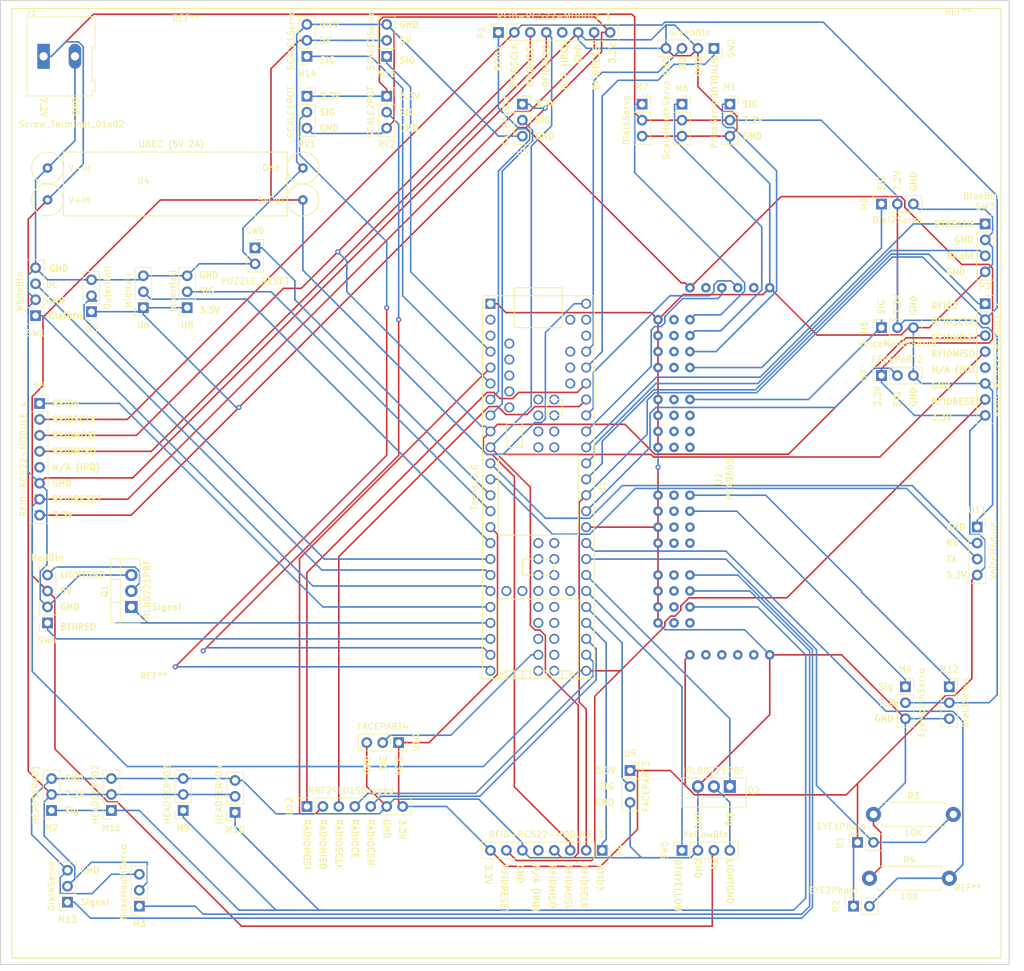
<source format=kicad_pcb>
(kicad_pcb (version 20171130) (host pcbnew "(5.0.2)-1")
  (layers (0 F.Cu signal) (31 B.Cu signal) (34 B.Paste user) (35 F.Paste user) (36 B.SilkS user) (37 F.SilkS user) (38 B.Mask user) (39 F.Mask user) (44 Edge.Cuts user))
  (net 0 "")
  (net 1 BTNDIALLIGHT)
  (net 2 BTNGREENLIGHT)
  (net 3 RADIOCSN)
  (net 4 RADIOCE)
  (net 5 BTNDIAL)
  (net 6 +3V3)
  (net 7 EYE1)
  (net 8 SCALE1POT)
  (net 9 SCALE2POT)
  (net 10 "Net-(U1-Pad25)")
  (net 11 "Net-(U1-Pad26)")
  (net 12 "Net-(U1-Pad27)")
  (net 13 "Net-(U1-Pad28)")
  (net 14 "Net-(U1-Pad29)")
  (net 15 RFID1)
  (net 16 RFID2)
  (net 17 RFID3)
  (net 18 RFID4)
  (net 19 BTNRED)
  (net 20 RFIDRESET)
  (net 21 MIDHALL)
  (net 22 OUTERHALL)
  (net 23 EYE2)
  (net 24 VOICETX)
  (net 25 VOICERX)
  (net 26 RFIDMISO)
  (net 27 RFIDMOSI)
  (net 28 PUZZLERESETBTN)
  (net 29 BTNYELLOWLIGHT)
  (net 30 BTNYELLOW)
  (net 31 RADIOMISO)
  (net 32 BTNGREEN)
  (net 33 "Net-(U1-Pad3)")
  (net 34 "Net-(U1-Pad2)")
  (net 35 GND)
  (net 36 INNERHALL)
  (net 37 BTNBLUELIGHT)
  (net 38 RFIDSCLK)
  (net 39 BTNBLUE)
  (net 40 BTNREDLIGHT)
  (net 41 I2CSDA)
  (net 42 I2CSCL)
  (net 43 RADIOSCLK)
  (net 44 RADIOMOSI)
  (net 45 SCALE2MOTOR)
  (net 46 SCALE1MOTOR)
  (net 47 "Net-(U1-Pad51)")
  (net 48 "Net-(U1-Pad54)")
  (net 49 "Net-(U1-Pad55)")
  (net 50 "Net-(U1-Pad56)")
  (net 51 "Net-(U1-Pad57)")
  (net 52 "Net-(U1-Pad63)")
  (net 53 "Net-(U1-Pad64)")
  (net 54 "Net-(U1-Pad65)")
  (net 55 "Net-(U1-Pad66)")
  (net 56 "Net-(U1-Pad67)")
  (net 57 "Net-(U1-Pad68)")
  (net 58 "Net-(U1-Pad69)")
  (net 59 "Net-(U1-Pad70)")
  (net 60 "Net-(U1-Pad71)")
  (net 61 "Net-(U1-Pad72)")
  (net 62 "Net-(U1-Pad74)")
  (net 63 "Net-(U1-Pad75)")
  (net 64 "Net-(U1-Pad76)")
  (net 65 "Net-(U1-Pad77)")
  (net 66 "Net-(U1-Pad78)")
  (net 67 "Net-(U1-Pad79)")
  (net 68 "Net-(U1-Pad80)")
  (net 69 "Net-(U1-Pad81)")
  (net 70 "Net-(U1-Pad82)")
  (net 71 "Net-(U1-Pad83)")
  (net 72 "Net-(U1-Pad84)")
  (net 73 "Net-(U1-Pad85)")
  (net 74 "Net-(U1-Pad86)")
  (net 75 "Net-(U1-Pad58)")
  (net 76 "Net-(U1-Pad59)")
  (net 77 "Net-(U1-Pad60)")
  (net 78 "Net-(U1-Pad61)")
  (net 79 "Net-(U1-Pad62)")
  (net 80 PRIZELOCK)
  (net 81 HEADLOCKS)
  (net 82 NOSELOCK)
  (net 83 EYEMOUTHLOCK)
  (net 84 VOICEMOUTHLOCK)
  (net 85 SCALEMOUTHLOCK)
  (net 86 DIALLOCK1)
  (net 87 DIALLOCK2)
  (net 88 DIALLOCK3)
  (net 89 DIALLOCK4)
  (net 90 "Net-(U2-Pad17)")
  (net 91 "Net-(U2-Pad18)")
  (net 92 "Net-(U2-Pad22)")
  (net 93 SERVOPWR)
  (net 94 "Net-(Q2-Pad2)")
  (net 95 "Net-(Q1-Pad2)")
  (net 96 FACEPART4)
  (net 97 FACEPART3)
  (net 98 FACEPART1)
  (net 99 FACEPART2)
  (net 100 "Net-(P1-Pad5)")
  (net 101 "Net-(P3-Pad5)")
  (net 102 "Net-(P4-Pad5)")
  (net 103 "Net-(P5-Pad5)")
  (net 104 +5V)
  (net 105 "Net-(U2-Pad12)")
  (net 106 "Net-(U2-Pad11)")
  (net 107 "Net-(U2-Pad13)")
  (net 108 "Net-(U1-Pad52)")
  (module MountingHole:MountingHole_5.3mm_M5 (layer F.Cu) (at 46.736 24.384)
    (fp_text reference REF** (at 0 -6.3) (layer F.SilkS))
    (fp_text value MountingHole_5.3mm_M5)
    (pad 1 np_thru_hole circle (at 0 0) (size 5.3 5.3) (drill 5.3) (layers *.Cu *.Mask))
  )
  (module MountingHole:MountingHole_5.3mm_M5 (layer F.Cu) (at 41.656 129.032)
    (fp_text reference REF** (at 0 -6.3) (layer F.SilkS))
    (fp_text value MountingHole_5.3mm_M5)
    (pad 1 np_thru_hole circle (at 0 0) (size 5.3 5.3) (drill 5.3) (layers *.Cu *.Mask))
  )
  (module MountingHole:MountingHole_5.3mm_M5 (layer F.Cu) (at 170.688 162.56)
    (fp_text reference REF** (at 0.508 -6.096) (layer F.SilkS))
    (fp_text value MountingHole_5.3mm_M5)
    (pad 1 np_thru_hole circle (at 0 0) (size 5.3 5.3) (drill 5.3) (layers *.Cu *.Mask))
  )
  (module Package_TO_SOT_THT:TO-220-3_Vertical (layer F.Cu) (at 38.1 111.76 90)
    (fp_text reference Q1 (at 2.54 -4.27 90) (layer F.SilkS))
    (fp_text value IRLB8721PBF (at 2.54 2.54 90) (layer F.SilkS))
    (pad 3 thru_hole oval (at 5.08 0 90) (size 1.905 2) (drill 1.1) (layers *.Cu *.Mask) (net 35 GND))
    (pad 2 thru_hole oval (at 2.54 0 90) (size 1.905 2) (drill 1.1) (layers *.Cu *.Mask) (net 95 "Net-(Q1-Pad2)"))
    (pad 1 thru_hole rect (at 0 0 90) (size 1.905 2) (drill 1.1) (layers *.Cu *.Mask) (net 40 BTNREDLIGHT))
  )
  (module teensy:Teensy35_36 (layer F.Cu) (at 102.87 92.71 270)
    (fp_text reference U1 (at 0 -10.16 270) (layer F.SilkS))
    (fp_text value Teensy3.6 (at 0 10.16 270) (layer F.SilkS))
    (pad 17 thru_hole circle (at 11.43 7.62 270) (size 1.6 1.6) (drill 1.1) (layers *.Cu *.Mask) (net 22 OUTERHALL))
    (pad 18 thru_hole circle (at 13.97 7.62 270) (size 1.6 1.6) (drill 1.1) (layers *.Cu *.Mask) (net 1 BTNDIALLIGHT))
    (pad 19 thru_hole circle (at 16.51 7.62 270) (size 1.6 1.6) (drill 1.1) (layers *.Cu *.Mask) (net 5 BTNDIAL))
    (pad 20 thru_hole circle (at 19.05 7.62 270) (size 1.6 1.6) (drill 1.1) (layers *.Cu *.Mask) (net 18 RFID4))
    (pad 16 thru_hole circle (at 8.89 7.62 270) (size 1.6 1.6) (drill 1.1) (layers *.Cu *.Mask) (net 21 MIDHALL))
    (pad 15 thru_hole circle (at 6.35 7.62 270) (size 1.6 1.6) (drill 1.1) (layers *.Cu *.Mask) (net 6 +3V3))
    (pad 14 thru_hole circle (at 3.81 7.62 270) (size 1.6 1.6) (drill 1.1) (layers *.Cu *.Mask) (net 36 INNERHALL))
    (pad 21 thru_hole circle (at 21.59 7.62 270) (size 1.6 1.6) (drill 1.1) (layers *.Cu *.Mask) (net 40 BTNREDLIGHT))
    (pad 22 thru_hole circle (at 24.13 7.62 270) (size 1.6 1.6) (drill 1.1) (layers *.Cu *.Mask) (net 19 BTNRED))
    (pad 23 thru_hole circle (at 26.67 7.62 270) (size 1.6 1.6) (drill 1.1) (layers *.Cu *.Mask) (net 9 SCALE2POT))
    (pad 24 thru_hole circle (at 29.21 7.62 270) (size 1.6 1.6) (drill 1.1) (layers *.Cu *.Mask) (net 8 SCALE1POT))
    (pad 25 thru_hole circle (at 16.51 5.08 270) (size 1.6 1.6) (drill 1.1) (layers *.Cu *.Mask) (net 10 "Net-(U1-Pad25)"))
    (pad 26 thru_hole circle (at 16.51 2.54 270) (size 1.6 1.6) (drill 1.1) (layers *.Cu *.Mask) (net 11 "Net-(U1-Pad26)"))
    (pad 27 thru_hole circle (at 16.51 0 270) (size 1.6 1.6) (drill 1.1) (layers *.Cu *.Mask) (net 12 "Net-(U1-Pad27)"))
    (pad 28 thru_hole circle (at 16.51 -2.54 270) (size 1.6 1.6) (drill 1.1) (layers *.Cu *.Mask) (net 13 "Net-(U1-Pad28)"))
    (pad 29 thru_hole circle (at 16.51 -5.08 270) (size 1.6 1.6) (drill 1.1) (layers *.Cu *.Mask) (net 14 "Net-(U1-Pad29)"))
    (pad 30 thru_hole circle (at 29.21 -7.62 270) (size 1.6 1.6) (drill 1.1) (layers *.Cu *.Mask) (net 20 RFIDRESET))
    (pad 31 thru_hole circle (at 26.67 -7.62 270) (size 1.6 1.6) (drill 1.1) (layers *.Cu *.Mask) (net 4 RADIOCE))
    (pad 32 thru_hole circle (at 24.13 -7.62 270) (size 1.6 1.6) (drill 1.1) (layers *.Cu *.Mask) (net 3 RADIOCSN))
    (pad 33 thru_hole circle (at 21.59 -7.62 270) (size 1.6 1.6) (drill 1.1) (layers *.Cu *.Mask) (net 17 RFID3))
    (pad 34 thru_hole circle (at 19.05 -7.62 270) (size 1.6 1.6) (drill 1.1) (layers *.Cu *.Mask) (net 97 FACEPART3))
    (pad 35 thru_hole circle (at 16.51 -7.62 270) (size 1.6 1.6) (drill 1.1) (layers *.Cu *.Mask) (net 30 BTNYELLOW))
    (pad 36 thru_hole circle (at 13.97 -7.62 270) (size 1.6 1.6) (drill 1.1) (layers *.Cu *.Mask) (net 29 BTNYELLOWLIGHT))
    (pad 37 thru_hole circle (at 11.43 -7.62 270) (size 1.6 1.6) (drill 1.1) (layers *.Cu *.Mask) (net 7 EYE1))
    (pad 13 thru_hole circle (at 1.27 7.62 270) (size 1.6 1.6) (drill 1.1) (layers *.Cu *.Mask) (net 28 PUZZLERESETBTN))
    (pad 12 thru_hole circle (at -1.27 7.62 270) (size 1.6 1.6) (drill 1.1) (layers *.Cu *.Mask) (net 24 VOICETX))
    (pad 11 thru_hole circle (at -3.81 7.62 270) (size 1.6 1.6) (drill 1.1) (layers *.Cu *.Mask) (net 25 VOICERX))
    (pad 10 thru_hole circle (at -6.35 7.62 270) (size 1.6 1.6) (drill 1.1) (layers *.Cu *.Mask) (net 26 RFIDMISO))
    (pad 9 thru_hole circle (at -8.89 7.62 270) (size 1.6 1.6) (drill 1.1) (layers *.Cu *.Mask) (net 27 RFIDMOSI))
    (pad 8 thru_hole circle (at -11.43 7.62 270) (size 1.6 1.6) (drill 1.1) (layers *.Cu *.Mask) (net 98 FACEPART1))
    (pad 7 thru_hole circle (at -13.97 7.62 270) (size 1.6 1.6) (drill 1.1) (layers *.Cu *.Mask) (net 15 RFID1))
    (pad 6 thru_hole circle (at -16.51 7.62 270) (size 1.6 1.6) (drill 1.1) (layers *.Cu *.Mask) (net 46 SCALE1MOTOR))
    (pad 5 thru_hole circle (at -19.05 7.62 270) (size 1.6 1.6) (drill 1.1) (layers *.Cu *.Mask) (net 31 RADIOMISO))
    (pad 4 thru_hole circle (at -21.59 7.62 270) (size 1.6 1.6) (drill 1.1) (layers *.Cu *.Mask) (net 45 SCALE2MOTOR))
    (pad 3 thru_hole circle (at -24.13 7.62 270) (size 1.6 1.6) (drill 1.1) (layers *.Cu *.Mask) (net 33 "Net-(U1-Pad3)"))
    (pad 2 thru_hole circle (at -26.67 7.62 270) (size 1.6 1.6) (drill 1.1) (layers *.Cu *.Mask) (net 34 "Net-(U1-Pad2)"))
    (pad 1 thru_hole rect (at -29.21 7.62 270) (size 1.6 1.6) (drill 1.1) (layers *.Cu *.Mask) (net 35 GND))
    (pad 38 thru_hole circle (at 8.89 -7.62 270) (size 1.6 1.6) (drill 1.1) (layers *.Cu *.Mask) (net 23 EYE2))
    (pad 39 thru_hole circle (at 6.35 -7.62 270) (size 1.6 1.6) (drill 1.1) (layers *.Cu *.Mask) (net 35 GND))
    (pad 40 thru_hole circle (at 3.81 -7.62 270) (size 1.6 1.6) (drill 1.1) (layers *.Cu *.Mask) (net 99 FACEPART2))
    (pad 41 thru_hole circle (at 1.27 -7.62 270) (size 1.6 1.6) (drill 1.1) (layers *.Cu *.Mask) (net 38 RFIDSCLK))
    (pad 42 thru_hole circle (at -1.27 -7.62 270) (size 1.6 1.6) (drill 1.1) (layers *.Cu *.Mask) (net 16 RFID2))
    (pad 43 thru_hole circle (at -3.81 -7.62 270) (size 1.6 1.6) (drill 1.1) (layers *.Cu *.Mask) (net 37 BTNBLUELIGHT))
    (pad 44 thru_hole circle (at -6.35 -7.62 270) (size 1.6 1.6) (drill 1.1) (layers *.Cu *.Mask) (net 39 BTNBLUE))
    (pad 45 thru_hole circle (at -8.89 -7.62 270) (size 1.6 1.6) (drill 1.1) (layers *.Cu *.Mask) (net 41 I2CSDA))
    (pad 46 thru_hole circle (at -11.43 -7.62 270) (size 1.6 1.6) (drill 1.1) (layers *.Cu *.Mask) (net 42 I2CSCL))
    (pad 47 thru_hole circle (at -13.97 -7.62 270) (size 1.6 1.6) (drill 1.1) (layers *.Cu *.Mask) (net 43 RADIOSCLK))
    (pad 48 thru_hole circle (at -16.51 -7.62 270) (size 1.6 1.6) (drill 1.1) (layers *.Cu *.Mask) (net 44 RADIOMOSI))
    (pad 49 thru_hole circle (at -19.05 -7.62 270) (size 1.6 1.6) (drill 1.1) (layers *.Cu *.Mask) (net 32 BTNGREEN))
    (pad 50 thru_hole circle (at -21.59 -7.62 270) (size 1.6 1.6) (drill 1.1) (layers *.Cu *.Mask) (net 2 BTNGREENLIGHT))
    (pad 51 thru_hole circle (at -24.13 -7.62 270) (size 1.6 1.6) (drill 1.1) (layers *.Cu *.Mask) (net 47 "Net-(U1-Pad51)"))
    (pad 52 thru_hole circle (at -26.67 -7.62 270) (size 1.6 1.6) (drill 1.1) (layers *.Cu *.Mask) (net 108 "Net-(U1-Pad52)"))
    (pad 53 thru_hole circle (at -29.21 -7.62 270) (size 1.6 1.6) (drill 1.1) (layers *.Cu *.Mask) (net 104 +5V))
    (pad 54 thru_hole circle (at -26.67 -5.08 270) (size 1.6 1.6) (drill 1.1) (layers *.Cu *.Mask) (net 48 "Net-(U1-Pad54)"))
    (pad 55 thru_hole circle (at -21.59 -5.08 270) (size 1.6 1.6) (drill 1.1) (layers *.Cu *.Mask) (net 49 "Net-(U1-Pad55)"))
    (pad 56 thru_hole circle (at -19.05 -5.08 270) (size 1.6 1.6) (drill 1.1) (layers *.Cu *.Mask) (net 50 "Net-(U1-Pad56)"))
    (pad 57 thru_hole circle (at -16.51 -5.08 270) (size 1.6 1.6) (drill 1.1) (layers *.Cu *.Mask) (net 51 "Net-(U1-Pad57)"))
    (pad 63 thru_hole circle (at -13.97 0 270) (size 1.6 1.6) (drill 1.1) (layers *.Cu *.Mask) (net 52 "Net-(U1-Pad63)"))
    (pad 64 thru_hole circle (at -11.43 0 270) (size 1.6 1.6) (drill 1.1) (layers *.Cu *.Mask) (net 53 "Net-(U1-Pad64)"))
    (pad 65 thru_hole circle (at -8.89 0 270) (size 1.6 1.6) (drill 1.1) (layers *.Cu *.Mask) (net 54 "Net-(U1-Pad65)"))
    (pad 66 thru_hole circle (at -6.35 0 270) (size 1.6 1.6) (drill 1.1) (layers *.Cu *.Mask) (net 55 "Net-(U1-Pad66)"))
    (pad 67 thru_hole circle (at 8.89 0 270) (size 1.6 1.6) (drill 1.1) (layers *.Cu *.Mask) (net 56 "Net-(U1-Pad67)"))
    (pad 68 thru_hole circle (at 11.43 0 270) (size 1.6 1.6) (drill 1.1) (layers *.Cu *.Mask) (net 57 "Net-(U1-Pad68)"))
    (pad 69 thru_hole circle (at 13.97 0 270) (size 1.6 1.6) (drill 1.1) (layers *.Cu *.Mask) (net 58 "Net-(U1-Pad69)"))
    (pad 70 thru_hole circle (at 19.05 0 270) (size 1.6 1.6) (drill 1.1) (layers *.Cu *.Mask) (net 59 "Net-(U1-Pad70)"))
    (pad 71 thru_hole circle (at 21.59 0 270) (size 1.6 1.6) (drill 1.1) (layers *.Cu *.Mask) (net 60 "Net-(U1-Pad71)"))
    (pad 72 thru_hole circle (at 24.13 0 270) (size 1.6 1.6) (drill 1.1) (layers *.Cu *.Mask) (net 61 "Net-(U1-Pad72)"))
    (pad 73 thru_hole circle (at 26.67 0 270) (size 1.6 1.6) (drill 1.1) (layers *.Cu *.Mask) (net 96 FACEPART4))
    (pad 74 thru_hole circle (at 29.21 0 270) (size 1.6 1.6) (drill 1.1) (layers *.Cu *.Mask) (net 62 "Net-(U1-Pad74)"))
    (pad 75 thru_hole circle (at 29.21 -2.54 270) (size 1.6 1.6) (drill 1.1) (layers *.Cu *.Mask) (net 63 "Net-(U1-Pad75)"))
    (pad 76 thru_hole circle (at 26.67 -2.54 270) (size 1.6 1.6) (drill 1.1) (layers *.Cu *.Mask) (net 64 "Net-(U1-Pad76)"))
    (pad 77 thru_hole circle (at 24.13 -2.54 270) (size 1.6 1.6) (drill 1.1) (layers *.Cu *.Mask) (net 65 "Net-(U1-Pad77)"))
    (pad 78 thru_hole circle (at 21.59 -2.54 270) (size 1.6 1.6) (drill 1.1) (layers *.Cu *.Mask) (net 66 "Net-(U1-Pad78)"))
    (pad 79 thru_hole circle (at 19.05 -2.54 270) (size 1.6 1.6) (drill 1.1) (layers *.Cu *.Mask) (net 67 "Net-(U1-Pad79)"))
    (pad 80 thru_hole circle (at 13.97 -2.54 270) (size 1.6 1.6) (drill 1.1) (layers *.Cu *.Mask) (net 68 "Net-(U1-Pad80)"))
    (pad 81 thru_hole circle (at 11.43 -2.54 270) (size 1.6 1.6) (drill 1.1) (layers *.Cu *.Mask) (net 69 "Net-(U1-Pad81)"))
    (pad 82 thru_hole circle (at 8.89 -2.54 270) (size 1.6 1.6) (drill 1.1) (layers *.Cu *.Mask) (net 70 "Net-(U1-Pad82)"))
    (pad 83 thru_hole circle (at -6.35 -2.54 270) (size 1.6 1.6) (drill 1.1) (layers *.Cu *.Mask) (net 71 "Net-(U1-Pad83)"))
    (pad 84 thru_hole circle (at -8.89 -2.54 270) (size 1.6 1.6) (drill 1.1) (layers *.Cu *.Mask) (net 72 "Net-(U1-Pad84)"))
    (pad 85 thru_hole circle (at -11.43 -2.54 270) (size 1.6 1.6) (drill 1.1) (layers *.Cu *.Mask) (net 73 "Net-(U1-Pad85)"))
    (pad 86 thru_hole circle (at -13.97 -2.54 270) (size 1.6 1.6) (drill 1.1) (layers *.Cu *.Mask) (net 74 "Net-(U1-Pad86)"))
    (pad 58 thru_hole circle (at -22.86 4.62 270) (size 1.6 1.6) (drill 1.1) (layers *.Cu *.Mask) (net 75 "Net-(U1-Pad58)"))
    (pad 59 thru_hole circle (at -20.32 4.62 270) (size 1.6 1.6) (drill 1.1) (layers *.Cu *.Mask) (net 76 "Net-(U1-Pad59)"))
    (pad 60 thru_hole circle (at -17.78 4.62 270) (size 1.6 1.6) (drill 1.1) (layers *.Cu *.Mask) (net 77 "Net-(U1-Pad60)"))
    (pad 61 thru_hole circle (at -15.24 4.62 270) (size 1.6 1.6) (drill 1.1) (layers *.Cu *.Mask) (net 78 "Net-(U1-Pad61)"))
    (pad 62 thru_hole circle (at -12.7 4.62 270) (size 1.6 1.6) (drill 1.1) (layers *.Cu *.Mask) (net 79 "Net-(U1-Pad62)"))
  )
  (module teensy:16ChannelPWM (layer F.Cu) (at 132.08 91.44 270)
    (fp_text reference U2 (at 0 0.5 270) (layer F.SilkS))
    (fp_text value PCA9685 (at 0 -1.27 270) (layer F.SilkS))
    (pad 50 thru_hole circle (at 20.32 7.62 270) (size 1.524 1.524) (drill 0.762) (layers *.Cu *.Mask))
    (pad 50 thru_hole circle (at 17.78 7.62 270) (size 1.524 1.524) (drill 0.762) (layers *.Cu *.Mask))
    (pad 50 thru_hole circle (at 15.24 7.62 270) (size 1.524 1.524) (drill 0.762) (layers *.Cu *.Mask))
    (pad 50 thru_hole circle (at 22.86 7.62 270) (size 1.524 1.524) (drill 0.762) (layers *.Cu *.Mask))
    (pad 50 thru_hole circle (at -25.4 7.62 270) (size 1.524 1.524) (drill 0.762) (layers *.Cu *.Mask))
    (pad 50 thru_hole circle (at -22.86 7.62 270) (size 1.524 1.524) (drill 0.762) (layers *.Cu *.Mask))
    (pad 50 thru_hole circle (at -20.32 7.62 270) (size 1.524 1.524) (drill 0.762) (layers *.Cu *.Mask))
    (pad 50 thru_hole circle (at -17.78 7.62 270) (size 1.524 1.524) (drill 0.762) (layers *.Cu *.Mask))
    (pad 50 thru_hole circle (at -7.62 7.62 270) (size 1.524 1.524) (drill 0.762) (layers *.Cu *.Mask))
    (pad 50 thru_hole circle (at 7.62 7.62 270) (size 1.524 1.524) (drill 0.762) (layers *.Cu *.Mask))
    (pad 50 thru_hole circle (at -10.16 7.62 270) (size 1.524 1.524) (drill 0.762) (layers *.Cu *.Mask))
    (pad 50 thru_hole circle (at -12.7 7.62 270) (size 1.524 1.524) (drill 0.762) (layers *.Cu *.Mask))
    (pad 50 thru_hole circle (at 5.08 7.62 270) (size 1.524 1.524) (drill 0.762) (layers *.Cu *.Mask))
    (pad 50 thru_hole circle (at -5.08 7.62 270) (size 1.524 1.524) (drill 0.762) (layers *.Cu *.Mask))
    (pad 50 thru_hole circle (at 2.54 7.62 270) (size 1.524 1.524) (drill 0.762) (layers *.Cu *.Mask))
    (pad 50 thru_hole circle (at 10.16 7.62 270) (size 1.524 1.524) (drill 0.762) (layers *.Cu *.Mask))
    (pad 14 thru_hole circle (at -30.48 -7.62 270) (size 1.524 1.524) (drill 0.762) (layers *.Cu *.Mask) (net 35 GND))
    (pad 60 thru_hole circle (at -30.48 -5.08 270) (size 1.524 1.524) (drill 0.762) (layers *.Cu *.Mask))
    (pad 26 thru_hole circle (at -30.48 -2.54 270) (size 1.524 1.524) (drill 0.762) (layers *.Cu *.Mask) (net 42 I2CSCL))
    (pad 27 thru_hole circle (at -30.48 0 270) (size 1.524 1.524) (drill 0.762) (layers *.Cu *.Mask) (net 41 I2CSDA))
    (pad 57 thru_hole circle (at -30.48 2.54 270) (size 1.524 1.524) (drill 0.762) (layers *.Cu *.Mask))
    (pad 28 thru_hole circle (at -30.48 5.08 270) (size 1.524 1.524) (drill 0.762) (layers *.Cu *.Mask) (net 6 +3V3))
    (pad 14 thru_hole circle (at 27.94 -7.62 270) (size 1.524 1.524) (drill 0.762) (layers *.Cu *.Mask) (net 35 GND))
    (pad 60 thru_hole circle (at 27.94 -5.08 270) (size 1.524 1.524) (drill 0.762) (layers *.Cu *.Mask))
    (pad 51 thru_hole circle (at 27.94 -2.54 270) (size 1.524 1.524) (drill 0.762) (layers *.Cu *.Mask))
    (pad 50 thru_hole circle (at 27.94 0 270) (size 1.524 1.524) (drill 0.762) (layers *.Cu *.Mask))
    (pad 57 thru_hole circle (at 27.94 2.54 270) (size 1.524 1.524) (drill 0.762) (layers *.Cu *.Mask))
    (pad 85 thru_hole circle (at 27.94 5.08 270) (size 1.524 1.524) (drill 0.762) (layers *.Cu *.Mask))
    (pad 22 thru_hole circle (at 22.86 5.08 270) (size 1.524 1.524) (drill 0.762) (layers *.Cu *.Mask) (net 92 "Net-(U2-Pad22)"))
    (pad 14 thru_hole circle (at 22.86 10.16 270) (size 1.524 1.524) (drill 0.762) (layers *.Cu *.Mask) (net 35 GND))
    (pad 14 thru_hole circle (at 20.32 10.16 270) (size 1.524 1.524) (drill 0.762) (layers *.Cu *.Mask) (net 35 GND))
    (pad 21 thru_hole circle (at 20.32 5.08 270) (size 1.524 1.524) (drill 0.762) (layers *.Cu *.Mask) (net 81 HEADLOCKS))
    (pad 20 thru_hole circle (at 17.78 5.08 270) (size 1.524 1.524) (drill 0.762) (layers *.Cu *.Mask) (net 82 NOSELOCK))
    (pad 14 thru_hole circle (at 17.78 10.16 270) (size 1.524 1.524) (drill 0.762) (layers *.Cu *.Mask) (net 35 GND))
    (pad 19 thru_hole circle (at 15.24 5.08 270) (size 1.524 1.524) (drill 0.762) (layers *.Cu *.Mask) (net 89 DIALLOCK4))
    (pad 14 thru_hole circle (at 15.24 10.16 270) (size 1.524 1.524) (drill 0.762) (layers *.Cu *.Mask) (net 35 GND))
    (pad 14 thru_hole circle (at 10.16 10.16 270) (size 1.524 1.524) (drill 0.762) (layers *.Cu *.Mask) (net 35 GND))
    (pad 18 thru_hole circle (at 10.16 5.08 270) (size 1.524 1.524) (drill 0.762) (layers *.Cu *.Mask) (net 91 "Net-(U2-Pad18)"))
    (pad 17 thru_hole circle (at 7.62 5.08 270) (size 1.524 1.524) (drill 0.762) (layers *.Cu *.Mask) (net 90 "Net-(U2-Pad17)"))
    (pad 14 thru_hole circle (at 7.62 10.16 270) (size 1.524 1.524) (drill 0.762) (layers *.Cu *.Mask) (net 35 GND))
    (pad 14 thru_hole circle (at 5.08 10.16 270) (size 1.524 1.524) (drill 0.762) (layers *.Cu *.Mask) (net 35 GND))
    (pad 16 thru_hole circle (at 5.08 5.08 270) (size 1.524 1.524) (drill 0.762) (layers *.Cu *.Mask) (net 83 EYEMOUTHLOCK))
    (pad 15 thru_hole circle (at 2.54 5.08 270) (size 1.524 1.524) (drill 0.762) (layers *.Cu *.Mask) (net 88 DIALLOCK3))
    (pad 14 thru_hole circle (at 2.54 10.16 270) (size 1.524 1.524) (drill 0.762) (layers *.Cu *.Mask) (net 35 GND))
    (pad 14 thru_hole circle (at -5.08 10.16 270) (size 1.524 1.524) (drill 0.762) (layers *.Cu *.Mask) (net 35 GND))
    (pad 13 thru_hole circle (at -5.08 5.08 270) (size 1.524 1.524) (drill 0.762) (layers *.Cu *.Mask) (net 107 "Net-(U2-Pad13)"))
    (pad 12 thru_hole circle (at -7.62 5.08 270) (size 1.524 1.524) (drill 0.762) (layers *.Cu *.Mask) (net 105 "Net-(U2-Pad12)"))
    (pad 14 thru_hole circle (at -7.62 10.16 270) (size 1.524 1.524) (drill 0.762) (layers *.Cu *.Mask) (net 35 GND))
    (pad 14 thru_hole circle (at -10.16 10.16 270) (size 1.524 1.524) (drill 0.762) (layers *.Cu *.Mask) (net 35 GND))
    (pad 11 thru_hole circle (at -10.16 5.08 270) (size 1.524 1.524) (drill 0.762) (layers *.Cu *.Mask) (net 106 "Net-(U2-Pad11)"))
    (pad 10 thru_hole circle (at -12.7 5.08 270) (size 1.524 1.524) (drill 0.762) (layers *.Cu *.Mask) (net 84 VOICEMOUTHLOCK))
    (pad 14 thru_hole circle (at -12.7 10.16 270) (size 1.524 1.524) (drill 0.762) (layers *.Cu *.Mask) (net 35 GND))
    (pad 14 thru_hole circle (at -17.78 10.16 270) (size 1.524 1.524) (drill 0.762) (layers *.Cu *.Mask) (net 35 GND))
    (pad 9 thru_hole circle (at -17.78 5.08 270) (size 1.524 1.524) (drill 0.762) (layers *.Cu *.Mask) (net 87 DIALLOCK2))
    (pad 8 thru_hole circle (at -20.32 5.08 270) (size 1.524 1.524) (drill 0.762) (layers *.Cu *.Mask) (net 80 PRIZELOCK))
    (pad 14 thru_hole circle (at -20.32 10.16 270) (size 1.524 1.524) (drill 0.762) (layers *.Cu *.Mask) (net 35 GND))
    (pad 14 thru_hole circle (at -22.86 10.16 270) (size 1.524 1.524) (drill 0.762) (layers *.Cu *.Mask) (net 35 GND))
    (pad 7 thru_hole circle (at -22.86 5.08 270) (size 1.524 1.524) (drill 0.762) (layers *.Cu *.Mask) (net 85 SCALEMOUTHLOCK))
    (pad 6 thru_hole circle (at -25.4 5.08 270) (size 1.524 1.524) (drill 0.762) (layers *.Cu *.Mask) (net 86 DIALLOCK1))
    (pad 14 thru_hole circle (at -25.4 10.16 270) (size 1.524 1.524) (drill 0.762) (layers *.Cu *.Mask) (net 35 GND))
  )
  (module Connector_PinSocket_2.54mm:PinSocket_1x04_P2.54mm_Vertical (layer F.Cu) (at 172.72 99.06)
    (fp_text reference U11 (at 0 -2.77) (layer F.SilkS))
    (fp_text value VoiceModule (at 2.54 3.81 -90) (layer F.SilkS))
    (pad 1 thru_hole rect (at 0 0) (size 1.7 1.7) (drill 1) (layers *.Cu *.Mask) (net 35 GND))
    (pad 2 thru_hole oval (at 0 2.54) (size 1.7 1.7) (drill 1) (layers *.Cu *.Mask) (net 25 VOICERX))
    (pad 3 thru_hole oval (at 0 5.08) (size 1.7 1.7) (drill 1) (layers *.Cu *.Mask) (net 24 VOICETX))
    (pad 4 thru_hole oval (at 0 7.62) (size 1.7 1.7) (drill 1) (layers *.Cu *.Mask) (net 6 +3V3))
  )
  (module Connector_PinSocket_2.54mm:PinSocket_1x08_P2.54mm_Vertical (layer F.Cu) (at 23.495 79.375)
    (fp_text reference P5 (at 0 -2.77) (layer F.SilkS))
    (fp_text value "RFID-RC522-MODULE 4" (at -2.54 8.89 90) (layer F.SilkS))
    (pad 1 thru_hole rect (at 0 0) (size 1.7 1.7) (drill 1) (layers *.Cu *.Mask) (net 18 RFID4))
    (pad 2 thru_hole oval (at 0 2.54) (size 1.7 1.7) (drill 1) (layers *.Cu *.Mask) (net 38 RFIDSCLK))
    (pad 3 thru_hole oval (at 0 5.08) (size 1.7 1.7) (drill 1) (layers *.Cu *.Mask) (net 27 RFIDMOSI))
    (pad 4 thru_hole oval (at 0 7.62) (size 1.7 1.7) (drill 1) (layers *.Cu *.Mask) (net 26 RFIDMISO))
    (pad 5 thru_hole oval (at 0 10.16) (size 1.7 1.7) (drill 1) (layers *.Cu *.Mask) (net 103 "Net-(P5-Pad5)"))
    (pad 6 thru_hole oval (at 0 12.7) (size 1.7 1.7) (drill 1) (layers *.Cu *.Mask) (net 35 GND))
    (pad 7 thru_hole oval (at 0 15.24) (size 1.7 1.7) (drill 1) (layers *.Cu *.Mask) (net 20 RFIDRESET))
    (pad 8 thru_hole oval (at 0 17.78) (size 1.7 1.7) (drill 1) (layers *.Cu *.Mask) (net 6 +3V3))
  )
  (module Connector_PinSocket_2.54mm:PinSocket_1x08_P2.54mm_Vertical (layer F.Cu) (at 173.99 63.5)
    (fp_text reference P3 (at 0 -2.77) (layer F.SilkS))
    (fp_text value "RFID-RC522-MODULE 2" (at 1.905 8.89 -90) (layer F.SilkS))
    (pad 8 thru_hole oval (at 0 17.78) (size 1.7 1.7) (drill 1) (layers *.Cu *.Mask) (net 6 +3V3))
    (pad 7 thru_hole oval (at 0 15.24) (size 1.7 1.7) (drill 1) (layers *.Cu *.Mask) (net 20 RFIDRESET))
    (pad 6 thru_hole oval (at 0 12.7) (size 1.7 1.7) (drill 1) (layers *.Cu *.Mask) (net 35 GND))
    (pad 5 thru_hole oval (at 0 10.16) (size 1.7 1.7) (drill 1) (layers *.Cu *.Mask) (net 101 "Net-(P3-Pad5)"))
    (pad 4 thru_hole oval (at 0 7.62) (size 1.7 1.7) (drill 1) (layers *.Cu *.Mask) (net 26 RFIDMISO))
    (pad 3 thru_hole oval (at 0 5.08) (size 1.7 1.7) (drill 1) (layers *.Cu *.Mask) (net 27 RFIDMOSI))
    (pad 2 thru_hole oval (at 0 2.54) (size 1.7 1.7) (drill 1) (layers *.Cu *.Mask) (net 38 RFIDSCLK))
    (pad 1 thru_hole rect (at 0 0) (size 1.7 1.7) (drill 1) (layers *.Cu *.Mask) (net 16 RFID2))
  )
  (module Connector_PinSocket_2.54mm:PinSocket_1x08_P2.54mm_Vertical (layer F.Cu) (at 96.52 20.32 90)
    (fp_text reference P1 (at 0 -2.77 90) (layer F.SilkS))
    (fp_text value "RFID-RC522-MODULE 1" (at 2.54 8.89 180) (layer F.SilkS))
    (pad 1 thru_hole rect (at 0 0 90) (size 1.7 1.7) (drill 1) (layers *.Cu *.Mask) (net 15 RFID1))
    (pad 2 thru_hole oval (at 0 2.54 90) (size 1.7 1.7) (drill 1) (layers *.Cu *.Mask) (net 38 RFIDSCLK))
    (pad 3 thru_hole oval (at 0 5.08 90) (size 1.7 1.7) (drill 1) (layers *.Cu *.Mask) (net 27 RFIDMOSI))
    (pad 4 thru_hole oval (at 0 7.62 90) (size 1.7 1.7) (drill 1) (layers *.Cu *.Mask) (net 26 RFIDMISO))
    (pad 5 thru_hole oval (at 0 10.16 90) (size 1.7 1.7) (drill 1) (layers *.Cu *.Mask) (net 100 "Net-(P1-Pad5)"))
    (pad 6 thru_hole oval (at 0 12.7 90) (size 1.7 1.7) (drill 1) (layers *.Cu *.Mask) (net 35 GND))
    (pad 7 thru_hole oval (at 0 15.24 90) (size 1.7 1.7) (drill 1) (layers *.Cu *.Mask) (net 20 RFIDRESET))
    (pad 8 thru_hole oval (at 0 17.78 90) (size 1.7 1.7) (drill 1) (layers *.Cu *.Mask) (net 6 +3V3))
  )
  (module Connector_PinSocket_2.54mm:PinSocket_1x02_P2.54mm_Vertical (layer F.Cu) (at 57.785 54.61)
    (fp_text reference SW6 (at 0 -2.77) (layer F.SilkS))
    (fp_text value PUZZLE_RESET (at 0 5.31) (layer F.SilkS))
    (pad 1 thru_hole rect (at 0 0) (size 1.7 1.7) (drill 1) (layers *.Cu *.Mask) (net 28 PUZZLERESETBTN))
    (pad 2 thru_hole oval (at 0 2.54) (size 1.7 1.7) (drill 1) (layers *.Cu *.Mask) (net 35 GND))
  )
  (module Connector_PinSocket_2.54mm:PinSocket_1x08_P2.54mm_Vertical (layer F.Cu) (at 113.03 150.495 270)
    (fp_text reference P4 (at 0 -2.77 270) (layer F.SilkS))
    (fp_text value "RFID-RC522-MODULE 3" (at -2.54 8.89) (layer F.SilkS))
    (pad 8 thru_hole oval (at 0 17.78 270) (size 1.7 1.7) (drill 1) (layers *.Cu *.Mask) (net 6 +3V3))
    (pad 7 thru_hole oval (at 0 15.24 270) (size 1.7 1.7) (drill 1) (layers *.Cu *.Mask) (net 20 RFIDRESET))
    (pad 6 thru_hole oval (at 0 12.7 270) (size 1.7 1.7) (drill 1) (layers *.Cu *.Mask) (net 35 GND))
    (pad 5 thru_hole oval (at 0 10.16 270) (size 1.7 1.7) (drill 1) (layers *.Cu *.Mask) (net 102 "Net-(P4-Pad5)"))
    (pad 4 thru_hole oval (at 0 7.62 270) (size 1.7 1.7) (drill 1) (layers *.Cu *.Mask) (net 26 RFIDMISO))
    (pad 3 thru_hole oval (at 0 5.08 270) (size 1.7 1.7) (drill 1) (layers *.Cu *.Mask) (net 27 RFIDMOSI))
    (pad 2 thru_hole oval (at 0 2.54 270) (size 1.7 1.7) (drill 1) (layers *.Cu *.Mask) (net 38 RFIDSCLK))
    (pad 1 thru_hole rect (at 0 0 270) (size 1.7 1.7) (drill 1) (layers *.Cu *.Mask) (net 17 RFID3))
  )
  (module teensy:UBEC (layer F.Cu) (at 40.005 44.45 180)
    (fp_text reference U4 (at 0 0.5 180) (layer F.SilkS))
    (fp_text value "UBEC (5V 2A)" (at -4.445 6.35 180) (layer F.SilkS))
    (fp_text user Gnd (at -20.32 2.54 180) (layer F.SilkS))
    (fp_text user V-In (at 10.16 2.54 180) (layer F.SilkS))
    (fp_text user 5vOut (at -20.32 -2.54) (layer F.SilkS))
    (fp_text user V+in (at 10.16 -2.54 180) (layer F.SilkS))
    (pad 4 thru_hole circle (at 15.24 2.54 180) (size 1.524 1.524) (drill 0.762) (layers *.Cu *.Mask) (net 35 GND))
    (pad 3 thru_hole circle (at 15.24 -2.54 180) (size 1.524 1.524) (drill 0.762) (layers *.Cu *.Mask) (net 93 SERVOPWR))
    (pad 2 thru_hole circle (at -25.4 2.54 180) (size 1.524 1.524) (drill 0.762) (layers *.Cu *.Mask) (net 35 GND))
    (pad 1 thru_hole circle (at -25.4 -2.54 180) (size 1.524 1.524) (drill 0.762) (layers *.Cu *.Mask) (net 104 +5V))
  )
  (module TerminalBlock:TerminalBlock_Altech_AK300-2_P5.00mm (layer F.Cu) (at 24.13 24.13)
    (fp_text reference J1 (at -1.92 -6.99) (layer F.SilkS))
    (fp_text value Screw_Terminal_01x02 (at 4.445 10.795) (layer F.SilkS))
    (pad 2 thru_hole oval (at 5 0) (size 1.98 3.96) (drill 1.32) (layers *.Cu *.Mask) (net 35 GND))
    (pad 1 thru_hole rect (at 0 0) (size 1.98 3.96) (drill 1.32) (layers *.Cu *.Mask) (net 93 SERVOPWR))
  )
  (module Resistor_THT:R_Axial_DIN0411_L9.9mm_D3.6mm_P12.70mm_Horizontal (layer F.Cu) (at 156.21 144.78)
    (fp_text reference R3 (at 6.35 -2.92) (layer F.SilkS))
    (fp_text value 10K (at 6.35 2.92) (layer F.SilkS))
    (pad 2 thru_hole oval (at 12.7 0) (size 2.4 2.4) (drill 1.2) (layers *.Cu *.Mask) (net 7 EYE1))
    (pad 1 thru_hole circle (at 0 0) (size 2.4 2.4) (drill 1.2) (layers *.Cu *.Mask) (net 35 GND))
  )
  (module Resistor_THT:R_Axial_DIN0411_L9.9mm_D3.6mm_P12.70mm_Horizontal (layer F.Cu) (at 155.575 154.94)
    (fp_text reference R4 (at 6.35 -2.92) (layer F.SilkS))
    (fp_text value 10K (at 6.35 2.92) (layer F.SilkS))
    (pad 2 thru_hole oval (at 12.7 0) (size 2.4 2.4) (drill 1.2) (layers *.Cu *.Mask) (net 23 EYE2))
    (pad 1 thru_hole circle (at 0 0) (size 2.4 2.4) (drill 1.2) (layers *.Cu *.Mask) (net 35 GND))
  )
  (module Package_TO_SOT_THT:TO-220-3_Vertical (layer F.Cu) (at 133.35 140.335 180)
    (fp_text reference Q2 (at -3.81 -0.635 180) (layer F.SilkS))
    (fp_text value IRLB8721PBF (at 2.54 2.5 180) (layer F.SilkS))
    (pad 3 thru_hole oval (at 5.08 0 180) (size 1.905 2) (drill 1.1) (layers *.Cu *.Mask) (net 35 GND))
    (pad 2 thru_hole oval (at 2.54 0 180) (size 1.905 2) (drill 1.1) (layers *.Cu *.Mask) (net 94 "Net-(Q2-Pad2)"))
    (pad 1 thru_hole rect (at 0 0 180) (size 1.905 2) (drill 1.1) (layers *.Cu *.Mask) (net 29 BTNYELLOWLIGHT))
  )
  (module Connector_PinSocket_2.54mm:PinSocket_1x04_P2.54mm_Vertical (layer F.Cu) (at 130.81 22.86 270)
    (fp_text reference SW2 (at 0 -2.77 270) (layer F.SilkS))
    (fp_text value GreenBtn (at -2.54 3.81) (layer F.SilkS))
    (pad 4 thru_hole oval (at 0 7.62 270) (size 1.7 1.7) (drill 1) (layers *.Cu *.Mask) (net 35 GND))
    (pad 3 thru_hole oval (at 0 5.08 270) (size 1.7 1.7) (drill 1) (layers *.Cu *.Mask) (net 2 BTNGREENLIGHT))
    (pad 2 thru_hole oval (at 0 2.54 270) (size 1.7 1.7) (drill 1) (layers *.Cu *.Mask) (net 35 GND))
    (pad 1 thru_hole rect (at 0 0 270) (size 1.7 1.7) (drill 1) (layers *.Cu *.Mask) (net 32 BTNGREEN))
  )
  (module Connector_PinSocket_2.54mm:PinSocket_1x04_P2.54mm_Vertical (layer F.Cu) (at 22.86 65.405 180)
    (fp_text reference SW1 (at 0 -2.77 180) (layer F.SilkS))
    (fp_text value WhiteBtn (at 2.54 3.81 270) (layer F.SilkS))
    (pad 4 thru_hole oval (at 0 7.62 180) (size 1.7 1.7) (drill 1) (layers *.Cu *.Mask) (net 35 GND))
    (pad 3 thru_hole oval (at 0 5.08 180) (size 1.7 1.7) (drill 1) (layers *.Cu *.Mask) (net 1 BTNDIALLIGHT))
    (pad 2 thru_hole oval (at 0 2.54 180) (size 1.7 1.7) (drill 1) (layers *.Cu *.Mask) (net 35 GND))
    (pad 1 thru_hole rect (at 0 0 180) (size 1.7 1.7) (drill 1) (layers *.Cu *.Mask) (net 5 BTNDIAL))
  )
  (module Connector_PinSocket_2.54mm:PinSocket_1x04_P2.54mm_Vertical (layer F.Cu) (at 173.99 50.8)
    (fp_text reference SW3 (at 0 -2.77) (layer F.SilkS))
    (fp_text value BlueBtn (at -0.635 -4.445) (layer F.SilkS))
    (pad 4 thru_hole oval (at 0 7.62) (size 1.7 1.7) (drill 1) (layers *.Cu *.Mask) (net 35 GND))
    (pad 3 thru_hole oval (at 0 5.08) (size 1.7 1.7) (drill 1) (layers *.Cu *.Mask) (net 37 BTNBLUELIGHT))
    (pad 2 thru_hole oval (at 0 2.54) (size 1.7 1.7) (drill 1) (layers *.Cu *.Mask) (net 35 GND))
    (pad 1 thru_hole rect (at 0 0) (size 1.7 1.7) (drill 1) (layers *.Cu *.Mask) (net 39 BTNBLUE))
  )
  (module Connector_PinSocket_2.54mm:PinSocket_1x04_P2.54mm_Vertical (layer F.Cu) (at 125.73 150.495 90)
    (fp_text reference SW5 (at 0 -2.77 90) (layer F.SilkS))
    (fp_text value YellowBtn (at 2.54 3.81 180) (layer F.SilkS))
    (pad 4 thru_hole oval (at 0 7.62 90) (size 1.7 1.7) (drill 1) (layers *.Cu *.Mask) (net 94 "Net-(Q2-Pad2)"))
    (pad 3 thru_hole oval (at 0 5.08 90) (size 1.7 1.7) (drill 1) (layers *.Cu *.Mask) (net 104 +5V))
    (pad 2 thru_hole oval (at 0 2.54 90) (size 1.7 1.7) (drill 1) (layers *.Cu *.Mask) (net 35 GND))
    (pad 1 thru_hole rect (at 0 0 90) (size 1.7 1.7) (drill 1) (layers *.Cu *.Mask) (net 30 BTNYELLOW))
  )
  (module Connector_PinSocket_2.54mm:PinSocket_1x04_P2.54mm_Vertical (layer F.Cu) (at 24.765 114.3 180)
    (fp_text reference SW4 (at 0 -2.77 180) (layer F.SilkS))
    (fp_text value RedBtn (at 0 10.39 180) (layer F.SilkS))
    (pad 4 thru_hole oval (at 0 7.62 180) (size 1.7 1.7) (drill 1) (layers *.Cu *.Mask) (net 95 "Net-(Q1-Pad2)"))
    (pad 3 thru_hole oval (at 0 5.08 180) (size 1.7 1.7) (drill 1) (layers *.Cu *.Mask) (net 104 +5V))
    (pad 2 thru_hole oval (at 0 2.54 180) (size 1.7 1.7) (drill 1) (layers *.Cu *.Mask) (net 35 GND))
    (pad 1 thru_hole rect (at 0 0 180) (size 1.7 1.7) (drill 1) (layers *.Cu *.Mask) (net 19 BTNRED))
  )
  (module Connector_PinSocket_2.54mm:PinSocket_1x03_P2.54mm_Vertical (layer F.Cu) (at 119.38 31.75)
    (fp_text reference M7 (at 0 -2.77) (layer F.SilkS))
    (fp_text value Dial1Servo (at -2.54 2.54 90) (layer F.SilkS))
    (pad 3 thru_hole oval (at 0 5.08) (size 1.7 1.7) (drill 1) (layers *.Cu *.Mask) (net 35 GND))
    (pad 2 thru_hole oval (at 0 2.54) (size 1.7 1.7) (drill 1) (layers *.Cu *.Mask) (net 93 SERVOPWR))
    (pad 1 thru_hole rect (at 0 0) (size 1.7 1.7) (drill 1) (layers *.Cu *.Mask) (net 86 DIALLOCK1))
  )
  (module Connector_PinSocket_2.54mm:PinSocket_1x03_P2.54mm_Vertical (layer F.Cu) (at 133.35 31.75)
    (fp_text reference M1 (at 0 -2.77) (layer F.SilkS))
    (fp_text value PrizeServo (at -2.54 3.175 90) (layer F.SilkS))
    (pad 1 thru_hole rect (at 0 0) (size 1.7 1.7) (drill 1) (layers *.Cu *.Mask) (net 80 PRIZELOCK))
    (pad 2 thru_hole oval (at 0 2.54) (size 1.7 1.7) (drill 1) (layers *.Cu *.Mask) (net 93 SERVOPWR))
    (pad 3 thru_hole oval (at 0 5.08) (size 1.7 1.7) (drill 1) (layers *.Cu *.Mask) (net 35 GND))
  )
  (module Connector_PinSocket_2.54mm:PinSocket_1x02_P2.54mm_Vertical (layer F.Cu) (at 153.035 159.385 90)
    (fp_text reference R2 (at 0 -2.77 90) (layer F.SilkS))
    (fp_text value EYE2Photo (at 2.54 -3.175 180) (layer F.SilkS))
    (pad 2 thru_hole oval (at 0 2.54 90) (size 1.7 1.7) (drill 1) (layers *.Cu *.Mask) (net 23 EYE2))
    (pad 1 thru_hole rect (at 0 0 90) (size 1.7 1.7) (drill 1) (layers *.Cu *.Mask) (net 6 +3V3))
  )
  (module Connector_PinSocket_2.54mm:PinSocket_1x07_P2.54mm_Vertical (layer F.Cu) (at 66.04 143.51 90)
    (fp_text reference U12 (at 0 -2.77 90) (layer F.SilkS))
    (fp_text value NRF24L01Stripped (at 2.54 6.985 180) (layer F.SilkS))
    (pad 7 thru_hole oval (at 0 15.24 90) (size 1.7 1.7) (drill 1) (layers *.Cu *.Mask) (net 6 +3V3))
    (pad 6 thru_hole oval (at 0 12.7 90) (size 1.7 1.7) (drill 1) (layers *.Cu *.Mask) (net 35 GND))
    (pad 5 thru_hole oval (at 0 10.16 90) (size 1.7 1.7) (drill 1) (layers *.Cu *.Mask) (net 3 RADIOCSN))
    (pad 4 thru_hole oval (at 0 7.62 90) (size 1.7 1.7) (drill 1) (layers *.Cu *.Mask) (net 4 RADIOCE))
    (pad 3 thru_hole oval (at 0 5.08 90) (size 1.7 1.7) (drill 1) (layers *.Cu *.Mask) (net 43 RADIOSCLK))
    (pad 2 thru_hole oval (at 0 2.54 90) (size 1.7 1.7) (drill 1) (layers *.Cu *.Mask) (net 31 RADIOMISO))
    (pad 1 thru_hole rect (at 0 0 90) (size 1.7 1.7) (drill 1) (layers *.Cu *.Mask) (net 44 RADIOMOSI))
  )
  (module Connector_PinSocket_2.54mm:PinSocket_1x02_P2.54mm_Vertical (layer F.Cu) (at 153.67 149.225 90)
    (fp_text reference R1 (at 0 -2.77 90) (layer F.SilkS))
    (fp_text value EYE1Photo (at 2.54 -2.54) (layer F.SilkS))
    (pad 2 thru_hole oval (at 0 2.54 90) (size 1.7 1.7) (drill 1) (layers *.Cu *.Mask) (net 7 EYE1))
    (pad 1 thru_hole rect (at 0 0 90) (size 1.7 1.7) (drill 1) (layers *.Cu *.Mask) (net 6 +3V3))
  )
  (module Connector_PinSocket_2.54mm:PinSocket_1x03_P2.54mm_Vertical (layer F.Cu) (at 46.99 64.135 180)
    (fp_text reference U8 (at 0 -2.77 180) (layer F.SilkS))
    (fp_text value InnerHall (at 2.286 2.667 270) (layer F.SilkS))
    (pad 1 thru_hole rect (at 0 0 180) (size 1.7 1.7) (drill 1) (layers *.Cu *.Mask) (net 6 +3V3))
    (pad 2 thru_hole oval (at 0 2.54 180) (size 1.7 1.7) (drill 1) (layers *.Cu *.Mask) (net 36 INNERHALL))
    (pad 3 thru_hole oval (at 0 5.08 180) (size 1.7 1.7) (drill 1) (layers *.Cu *.Mask) (net 35 GND))
  )
  (module Connector_PinSocket_2.54mm:PinSocket_1x03_P2.54mm_Vertical (layer F.Cu) (at 125.73 31.75)
    (fp_text reference M6 (at 0 -2.54) (layer F.SilkS))
    (fp_text value ScaleMouthServo (at -2.54 2.54 90) (layer F.SilkS))
    (pad 3 thru_hole oval (at 0 5.08) (size 1.7 1.7) (drill 1) (layers *.Cu *.Mask) (net 35 GND))
    (pad 2 thru_hole oval (at 0 2.54) (size 1.7 1.7) (drill 1) (layers *.Cu *.Mask) (net 93 SERVOPWR))
    (pad 1 thru_hole rect (at 0 0) (size 1.7 1.7) (drill 1) (layers *.Cu *.Mask) (net 85 SCALEMOUTHLOCK))
  )
  (module Connector_PinSocket_2.54mm:PinSocket_1x03_P2.54mm_Vertical (layer F.Cu) (at 31.75 64.77 180)
    (fp_text reference U3 (at 0 -2.77 180) (layer F.SilkS))
    (fp_text value OuterHall (at -2.54 3.81 270) (layer F.SilkS))
    (pad 1 thru_hole rect (at 0 0 180) (size 1.7 1.7) (drill 1) (layers *.Cu *.Mask) (net 6 +3V3))
    (pad 2 thru_hole oval (at 0 2.54 180) (size 1.7 1.7) (drill 1) (layers *.Cu *.Mask) (net 22 OUTERHALL))
    (pad 3 thru_hole oval (at 0 5.08 180) (size 1.7 1.7) (drill 1) (layers *.Cu *.Mask) (net 35 GND))
  )
  (module Connector_PinSocket_2.54mm:PinSocket_1x03_P2.54mm_Vertical (layer F.Cu) (at 161.29 124.46)
    (fp_text reference M4 (at 0 -2.77) (layer F.SilkS))
    (fp_text value EyeMouthServo (at 2.54 2.54 90) (layer F.SilkS))
    (pad 3 thru_hole oval (at 0 5.08) (size 1.7 1.7) (drill 1) (layers *.Cu *.Mask) (net 35 GND))
    (pad 2 thru_hole oval (at 0 2.54) (size 1.7 1.7) (drill 1) (layers *.Cu *.Mask) (net 93 SERVOPWR))
    (pad 1 thru_hole rect (at 0 0) (size 1.7 1.7) (drill 1) (layers *.Cu *.Mask) (net 83 EYEMOUTHLOCK))
  )
  (module Connector_PinSocket_2.54mm:PinSocket_1x03_P2.54mm_Vertical (layer F.Cu) (at 168.275 124.46)
    (fp_text reference M12 (at 0 -2.77) (layer F.SilkS))
    (fp_text value Dial3Servo (at 2.54 2.54 90) (layer F.SilkS))
    (pad 3 thru_hole oval (at 0 5.08) (size 1.7 1.7) (drill 1) (layers *.Cu *.Mask) (net 35 GND))
    (pad 2 thru_hole oval (at 0 2.54) (size 1.7 1.7) (drill 1) (layers *.Cu *.Mask) (net 93 SERVOPWR))
    (pad 1 thru_hole rect (at 0 0) (size 1.7 1.7) (drill 1) (layers *.Cu *.Mask) (net 88 DIALLOCK3))
  )
  (module Connector_PinSocket_2.54mm:PinSocket_1x03_P2.54mm_Vertical (layer F.Cu) (at 157.48 74.93 90)
    (fp_text reference U7 (at 0 -2.77 90) (layer F.SilkS))
    (fp_text value FACEPART2 (at 2.54 2.54 180) (layer F.SilkS))
    (pad 3 thru_hole oval (at 0 5.08 90) (size 1.7 1.7) (drill 1) (layers *.Cu *.Mask) (net 35 GND))
    (pad 2 thru_hole oval (at 0 2.54 90) (size 1.7 1.7) (drill 1) (layers *.Cu *.Mask) (net 99 FACEPART2))
    (pad 1 thru_hole rect (at 0 0 90) (size 1.7 1.7) (drill 1) (layers *.Cu *.Mask) (net 6 +3V3))
  )
  (module Connector_PinSocket_2.54mm:PinSocket_1x03_P2.54mm_Vertical (layer F.Cu) (at 39.37 159.385 180)
    (fp_text reference M3 (at 0 -2.77 180) (layer F.SilkS))
    (fp_text value NoseMouthServo (at 2.54 3.81 270) (layer F.SilkS))
    (pad 3 thru_hole oval (at 0 5.08 180) (size 1.7 1.7) (drill 1) (layers *.Cu *.Mask) (net 35 GND))
    (pad 2 thru_hole oval (at 0 2.54 180) (size 1.7 1.7) (drill 1) (layers *.Cu *.Mask) (net 93 SERVOPWR))
    (pad 1 thru_hole rect (at 0 0 180) (size 1.7 1.7) (drill 1) (layers *.Cu *.Mask) (net 82 NOSELOCK))
  )
  (module Connector_PinSocket_2.54mm:PinSocket_1x03_P2.54mm_Vertical (layer F.Cu) (at 34.925 144.145 180)
    (fp_text reference M11 (at 0 -2.77 180) (layer F.SilkS))
    (fp_text value HEADSERVO2 (at 2.54 2.54 270) (layer F.SilkS))
    (pad 3 thru_hole oval (at 0 5.08 180) (size 1.7 1.7) (drill 1) (layers *.Cu *.Mask) (net 35 GND))
    (pad 2 thru_hole oval (at 0 2.54 180) (size 1.7 1.7) (drill 1) (layers *.Cu *.Mask) (net 93 SERVOPWR))
    (pad 1 thru_hole rect (at 0 0 180) (size 1.7 1.7) (drill 1) (layers *.Cu *.Mask) (net 81 HEADLOCKS))
  )
  (module Connector_PinSocket_2.54mm:PinSocket_1x03_P2.54mm_Vertical (layer F.Cu) (at 100.33 31.75)
    (fp_text reference U5 (at 0 7.62) (layer F.SilkS))
    (fp_text value FACEPART1 (at -2.54 2.54 90) (layer F.SilkS))
    (pad 3 thru_hole oval (at 0 5.08) (size 1.7 1.7) (drill 1) (layers *.Cu *.Mask) (net 35 GND))
    (pad 2 thru_hole oval (at 0 2.54) (size 1.7 1.7) (drill 1) (layers *.Cu *.Mask) (net 98 FACEPART1))
    (pad 1 thru_hole rect (at 0 0) (size 1.7 1.7) (drill 1) (layers *.Cu *.Mask) (net 6 +3V3))
  )
  (module Connector_PinSocket_2.54mm:PinSocket_1x03_P2.54mm_Vertical (layer F.Cu) (at 27.94 158.75 180)
    (fp_text reference M13 (at 0 -2.77 180) (layer F.SilkS))
    (fp_text value Dial4Servo (at 2.54 2.54 270) (layer F.SilkS))
    (pad 1 thru_hole rect (at 0 0 180) (size 1.7 1.7) (drill 1) (layers *.Cu *.Mask) (net 89 DIALLOCK4))
    (pad 2 thru_hole oval (at 0 2.54 180) (size 1.7 1.7) (drill 1) (layers *.Cu *.Mask) (net 93 SERVOPWR))
    (pad 3 thru_hole oval (at 0 5.08 180) (size 1.7 1.7) (drill 1) (layers *.Cu *.Mask) (net 35 GND))
  )
  (module Connector_PinSocket_2.54mm:PinSocket_1x03_P2.54mm_Vertical (layer F.Cu) (at 25.4 144.145 180)
    (fp_text reference M2 (at 0 -2.77 180) (layer F.SilkS))
    (fp_text value HEADSERVO1 (at 2.54 2.54 270) (layer F.SilkS))
    (pad 3 thru_hole oval (at 0 5.08 180) (size 1.7 1.7) (drill 1) (layers *.Cu *.Mask) (net 35 GND))
    (pad 2 thru_hole oval (at 0 2.54 180) (size 1.7 1.7) (drill 1) (layers *.Cu *.Mask) (net 93 SERVOPWR))
    (pad 1 thru_hole rect (at 0 0 180) (size 1.7 1.7) (drill 1) (layers *.Cu *.Mask) (net 81 HEADLOCKS))
  )
  (module Connector_PinSocket_2.54mm:PinSocket_1x03_P2.54mm_Vertical (layer F.Cu) (at 46.355 144.145 180)
    (fp_text reference M9 (at 0 -2.77 180) (layer F.SilkS))
    (fp_text value HEADSERVO3 (at 2.54 2.54 90) (layer F.SilkS))
    (pad 3 thru_hole oval (at 0 5.08 180) (size 1.7 1.7) (drill 1) (layers *.Cu *.Mask) (net 35 GND))
    (pad 2 thru_hole oval (at 0 2.54 180) (size 1.7 1.7) (drill 1) (layers *.Cu *.Mask) (net 93 SERVOPWR))
    (pad 1 thru_hole rect (at 0 0 180) (size 1.7 1.7) (drill 1) (layers *.Cu *.Mask) (net 81 HEADLOCKS))
  )
  (module Connector_PinSocket_2.54mm:PinSocket_1x03_P2.54mm_Vertical (layer F.Cu) (at 66.04 30.48)
    (fp_text reference RV1 (at 0 7.62) (layer F.SilkS))
    (fp_text value SCALE1POT (at -2.54 2.54 90) (layer F.SilkS))
    (pad 3 thru_hole oval (at 0 5.08) (size 1.7 1.7) (drill 1) (layers *.Cu *.Mask) (net 35 GND))
    (pad 2 thru_hole oval (at 0 2.54) (size 1.7 1.7) (drill 1) (layers *.Cu *.Mask) (net 8 SCALE1POT))
    (pad 1 thru_hole rect (at 0 0) (size 1.7 1.7) (drill 1) (layers *.Cu *.Mask) (net 6 +3V3))
  )
  (module Connector_PinSocket_2.54mm:PinSocket_1x03_P2.54mm_Vertical (layer F.Cu) (at 54.61 144.442863 180)
    (fp_text reference M10 (at 0 -2.77 180) (layer F.SilkS))
    (fp_text value HEADSERVO4 (at 2.54 2.837863 270) (layer F.SilkS))
    (pad 3 thru_hole oval (at 0 5.08 180) (size 1.7 1.7) (drill 1) (layers *.Cu *.Mask) (net 35 GND))
    (pad 2 thru_hole oval (at 0 2.54 180) (size 1.7 1.7) (drill 1) (layers *.Cu *.Mask) (net 93 SERVOPWR))
    (pad 1 thru_hole rect (at 0 0 180) (size 1.7 1.7) (drill 1) (layers *.Cu *.Mask) (net 81 HEADLOCKS))
  )
  (module Connector_PinSocket_2.54mm:PinSocket_1x03_P2.54mm_Vertical (layer F.Cu) (at 80.645 133.35 270)
    (fp_text reference U10 (at 0 -2.77 270) (layer F.SilkS))
    (fp_text value FACEPART4 (at -2.54 2.54) (layer F.SilkS))
    (pad 3 thru_hole oval (at 0 5.08 270) (size 1.7 1.7) (drill 1) (layers *.Cu *.Mask) (net 35 GND))
    (pad 2 thru_hole oval (at 0 2.54 270) (size 1.7 1.7) (drill 1) (layers *.Cu *.Mask) (net 96 FACEPART4))
    (pad 1 thru_hole rect (at 0 0 270) (size 1.7 1.7) (drill 1) (layers *.Cu *.Mask) (net 6 +3V3))
  )
  (module Connector_PinSocket_2.54mm:PinSocket_1x03_P2.54mm_Vertical (layer F.Cu) (at 40.005 64.135 180)
    (fp_text reference U6 (at 0 -2.77 180) (layer F.SilkS))
    (fp_text value MidHall (at 2.413 2.667 270) (layer F.SilkS))
    (pad 1 thru_hole rect (at 0 0 180) (size 1.7 1.7) (drill 1) (layers *.Cu *.Mask) (net 6 +3V3))
    (pad 2 thru_hole oval (at 0 2.54 180) (size 1.7 1.7) (drill 1) (layers *.Cu *.Mask) (net 21 MIDHALL))
    (pad 3 thru_hole oval (at 0 5.08 180) (size 1.7 1.7) (drill 1) (layers *.Cu *.Mask) (net 35 GND))
  )
  (module Connector_PinSocket_2.54mm:PinSocket_1x03_P2.54mm_Vertical (layer F.Cu) (at 66.04 24.13 180)
    (fp_text reference M14 (at 0 -2.77 180) (layer F.SilkS))
    (fp_text value SCALE1Servo (at 2.54 2.54 270) (layer F.SilkS))
    (pad 3 thru_hole oval (at 0 5.08 180) (size 1.7 1.7) (drill 1) (layers *.Cu *.Mask) (net 35 GND))
    (pad 2 thru_hole oval (at 0 2.54 180) (size 1.7 1.7) (drill 1) (layers *.Cu *.Mask) (net 104 +5V))
    (pad 1 thru_hole rect (at 0 0 180) (size 1.7 1.7) (drill 1) (layers *.Cu *.Mask) (net 46 SCALE1MOTOR))
  )
  (module Connector_PinSocket_2.54mm:PinSocket_1x03_P2.54mm_Vertical (layer F.Cu) (at 157.48 47.625 90)
    (fp_text reference M8 (at 0 -2.77 90) (layer F.SilkS))
    (fp_text value Dial2Servo (at -2.54 2.54 180) (layer F.SilkS))
    (pad 3 thru_hole oval (at 0 5.08 90) (size 1.7 1.7) (drill 1) (layers *.Cu *.Mask) (net 35 GND))
    (pad 2 thru_hole oval (at 0 2.54 90) (size 1.7 1.7) (drill 1) (layers *.Cu *.Mask) (net 93 SERVOPWR))
    (pad 1 thru_hole rect (at 0 0 90) (size 1.7 1.7) (drill 1) (layers *.Cu *.Mask) (net 87 DIALLOCK2))
  )
  (module Connector_PinSocket_2.54mm:PinSocket_1x03_P2.54mm_Vertical (layer F.Cu) (at 78.74 24.13 180)
    (fp_text reference M15 (at 0 -2.77 180) (layer F.SilkS))
    (fp_text value SCALE2Servo (at 2.54 2.54 270) (layer F.SilkS))
    (pad 3 thru_hole oval (at 0 5.08 180) (size 1.7 1.7) (drill 1) (layers *.Cu *.Mask) (net 35 GND))
    (pad 2 thru_hole oval (at 0 2.54 180) (size 1.7 1.7) (drill 1) (layers *.Cu *.Mask) (net 104 +5V))
    (pad 1 thru_hole rect (at 0 0 180) (size 1.7 1.7) (drill 1) (layers *.Cu *.Mask) (net 45 SCALE2MOTOR))
  )
  (module Connector_PinSocket_2.54mm:PinSocket_1x03_P2.54mm_Vertical (layer F.Cu) (at 78.74 30.48)
    (fp_text reference RV2 (at 0 7.62) (layer F.SilkS))
    (fp_text value SCALE2POT (at -2.54 2.54 90) (layer F.SilkS))
    (pad 3 thru_hole oval (at 0 5.08) (size 1.7 1.7) (drill 1) (layers *.Cu *.Mask) (net 35 GND))
    (pad 2 thru_hole oval (at 0 2.54) (size 1.7 1.7) (drill 1) (layers *.Cu *.Mask) (net 9 SCALE2POT))
    (pad 1 thru_hole rect (at 0 0) (size 1.7 1.7) (drill 1) (layers *.Cu *.Mask) (net 6 +3V3))
  )
  (module Connector_PinSocket_2.54mm:PinSocket_1x03_P2.54mm_Vertical (layer F.Cu) (at 157.48 67.31 90)
    (fp_text reference M5 (at 0 -2.77 90) (layer F.SilkS))
    (fp_text value VoiceMouthServo (at -2.54 2.54 180) (layer F.SilkS))
    (pad 3 thru_hole oval (at 0 5.08 90) (size 1.7 1.7) (drill 1) (layers *.Cu *.Mask) (net 35 GND))
    (pad 2 thru_hole oval (at 0 2.54 90) (size 1.7 1.7) (drill 1) (layers *.Cu *.Mask) (net 93 SERVOPWR))
    (pad 1 thru_hole rect (at 0 0 90) (size 1.7 1.7) (drill 1) (layers *.Cu *.Mask) (net 84 VOICEMOUTHLOCK))
  )
  (module Connector_PinSocket_2.54mm:PinSocket_1x03_P2.54mm_Vertical (layer F.Cu) (at 117.475 137.795)
    (fp_text reference U9 (at 0 -2.77) (layer F.SilkS))
    (fp_text value FACEPART3 (at 2.54 2.54 90) (layer F.SilkS))
    (pad 3 thru_hole oval (at 0 5.08) (size 1.7 1.7) (drill 1) (layers *.Cu *.Mask) (net 35 GND))
    (pad 2 thru_hole oval (at 0 2.54) (size 1.7 1.7) (drill 1) (layers *.Cu *.Mask) (net 97 FACEPART3))
    (pad 1 thru_hole rect (at 0 0) (size 1.7 1.7) (drill 1) (layers *.Cu *.Mask) (net 6 +3V3))
  )
  (module MountingHole:MountingHole_5.3mm_M5 (layer F.Cu) (at 169.672 23.368)
    (fp_text reference REF** (at 0 -6.3) (layer F.SilkS))
    (fp_text value MountingHole_5.3mm_M5)
    (pad 1 np_thru_hole circle (at 0 0) (size 5.3 5.3) (drill 5.3) (layers *.Cu *.Mask))
  )
  (gr_line (start 177.8 168.656) (end 177.8 15.24) (layer Edge.Cuts) (width 0.15))
  (gr_line (start 17.272 168.656) (end 177.8 168.656) (layer Edge.Cuts) (width 0.15))
  (gr_line (start 17.272 15.24) (end 17.272 168.656) (layer Edge.Cuts) (width 0.15))
  (gr_line (start 177.8 15.24) (end 17.272 15.24) (layer Edge.Cuts) (width 0.15))
  (gr_text 3.3V (at 48.768 64.516) (layer F.SilkS) (effects (font (size 1 1) (thickness 0.2)) (justify left)))
  (gr_text SIG (at 48.768 61.468) (layer F.SilkS) (effects (font (size 1 1) (thickness 0.2)) (justify left)))
  (gr_text GND (at 48.768 58.928) (layer F.SilkS) (effects (font (size 1 1) (thickness 0.2)) (justify left)))
  (gr_text DialBtn (at 24.765 65.405) (layer F.SilkS) (effects (font (size 1 1) (thickness 0.2)) (justify left)))
  (gr_text GND (at 24.892 57.912) (layer F.SilkS) (effects (font (size 1 1) (thickness 0.2)) (justify left)))
  (gr_text GND (at 24.384 62.992) (layer F.SilkS) (effects (font (size 1 1) (thickness 0.2)) (justify left)))
  (gr_text DL (at 24.384 60.452) (layer F.SilkS) (effects (font (size 1 1) (thickness 0.2)) (justify left)))
  (gr_text DialBtn (at 24.765 65.405) (layer F.SilkS) (effects (font (size 1 1) (thickness 0.2)) (justify left)))
  (gr_text 7.2V (at 24.13 30.48 270) (layer F.SilkS) (effects (font (size 1 1) (thickness 0.2)) (justify left)))
  (gr_text GND (at 29.21 30.48 270) (layer F.SilkS) (effects (font (size 1 1) (thickness 0.2)) (justify left)))
  (gr_text GND (at 67.945 19.05) (layer F.SilkS) (effects (font (size 1 1) (thickness 0.2)) (justify left)))
  (gr_text 5V (at 67.945 21.59) (layer F.SilkS) (effects (font (size 1 1) (thickness 0.2)) (justify left)))
  (gr_text SIG (at 67.945 24.765) (layer F.SilkS) (effects (font (size 1 1) (thickness 0.2)) (justify left)))
  (gr_text SIG (at 80.645 24.765) (layer F.SilkS) (effects (font (size 1 1) (thickness 0.2)) (justify left)))
  (gr_text 5V (at 80.645 21.59) (layer F.SilkS) (effects (font (size 1 1) (thickness 0.2)) (justify left)))
  (gr_text GND (at 80.645 19.05) (layer F.SilkS) (effects (font (size 1 1) (thickness 0.2)) (justify left)))
  (gr_text 3.3V (at 67.945 30.48) (layer F.SilkS) (effects (font (size 1 1) (thickness 0.2)) (justify left)))
  (gr_text GND (at 67.945 35.56) (layer F.SilkS) (effects (font (size 1 1) (thickness 0.2)) (justify left)))
  (gr_text SIG (at 67.945 33.02) (layer F.SilkS) (effects (font (size 1 1) (thickness 0.2)) (justify left)))
  (gr_text SIG (at 80.645 33.02) (layer F.SilkS) (effects (font (size 1 1) (thickness 0.2)) (justify left)))
  (gr_text 3.3V (at 80.645 30.48) (layer F.SilkS) (effects (font (size 1 1) (thickness 0.2)) (justify left)))
  (gr_text GND (at 80.645 35.56) (layer F.SilkS) (effects (font (size 1 1) (thickness 0.2)) (justify left)))
  (gr_text SIG (at 102.235 34.29) (layer F.SilkS) (effects (font (size 1 1) (thickness 0.2)) (justify left)))
  (gr_text GND (at 102.235 36.83) (layer F.SilkS) (effects (font (size 1 1) (thickness 0.2)) (justify left)))
  (gr_text 3.3V (at 102.235 31.75) (layer F.SilkS) (effects (font (size 1 1) (thickness 0.2)) (justify left)))
  (gr_text 3.3V (at 114.650874 25.4 90) (layer F.SilkS) (effects (font (size 1 1) (thickness 0.2)) (justify left)))
  (gr_text "RFIDRESET\n" (at 112.110874 29.664199 90) (layer F.SilkS) (effects (font (size 1 1) (thickness 0.2)) (justify left)))
  (gr_text "RFIDMOSI\n" (at 101.6 29.21 90) (layer F.SilkS) (effects (font (size 1 1) (thickness 0.2)) (justify left)))
  (gr_text GND (at 109.22 25.4 90) (layer F.SilkS) (effects (font (size 1 1) (thickness 0.2)) (justify left)))
  (gr_text RFID1 (at 96.52 26.67 90) (layer F.SilkS) (effects (font (size 1 1) (thickness 0.2)) (justify left)))
  (gr_text RFIDSCLK (at 99.06 29.21 90) (layer F.SilkS) (effects (font (size 1 1) (thickness 0.2)) (justify left)))
  (gr_text "N/A (IRQ)" (at 107.030874 29.664199 90) (layer F.SilkS) (effects (font (size 1 1) (thickness 0.2)) (justify left)))
  (gr_text RFIDMISO (at 104.14 29.21 90) (layer F.SilkS) (effects (font (size 1 1) (thickness 0.2)) (justify left)))
  (gr_text BTNBLUE (at 130.81 24.13 270) (layer F.SilkS) (effects (font (size 1 1) (thickness 0.2)) (justify left)))
  (gr_text GND (at 123.19 24.13 270) (layer F.SilkS) (effects (font (size 1 1) (thickness 0.2)) (justify left)))
  (gr_text GND (at 128.27 24.13 270) (layer F.SilkS) (effects (font (size 1 1) (thickness 0.2)) (justify left)))
  (gr_text GB (at 125.73 24.13 270) (layer F.SilkS) (effects (font (size 1 1) (thickness 0.2)) (justify left)))
  (gr_text GND (at 135.255 36.83) (layer F.SilkS) (effects (font (size 1 1) (thickness 0.2)) (justify left)))
  (gr_text 7.2V (at 135.255 34.29) (layer F.SilkS) (effects (font (size 1 1) (thickness 0.2)) (justify left)))
  (gr_text SIG (at 135.255 31.75) (layer F.SilkS) (effects (font (size 1 1) (thickness 0.2)) (justify left)))
  (gr_text SIG (at 157.48 45.72 90) (layer F.SilkS) (effects (font (size 1 1) (thickness 0.2)) (justify left)))
  (gr_text 7.2V (at 160.02 45.72 90) (layer F.SilkS) (effects (font (size 1 1) (thickness 0.2)) (justify left)))
  (gr_text GND (at 162.56 45.72 90) (layer F.SilkS) (effects (font (size 1 1) (thickness 0.2)) (justify left)))
  (gr_text BTNBLUE (at 165.735 50.8) (layer F.SilkS) (effects (font (size 1 1) (thickness 0.2)) (justify left)))
  (gr_text GND (at 168.91 53.34) (layer F.SilkS) (effects (font (size 1 1) (thickness 0.2)) (justify left)))
  (gr_text "Blight\n" (at 167.64 55.88) (layer F.SilkS) (effects (font (size 1 1) (thickness 0.2)) (justify left)))
  (gr_text GND (at 167.64 58.42) (layer F.SilkS) (effects (font (size 1 1) (thickness 0.2)) (justify left)))
  (gr_text "RFIDRESET\n" (at 165.280801 79.090874) (layer F.SilkS) (effects (font (size 1 1) (thickness 0.2)) (justify left)))
  (gr_text 3.3V (at 165.280801 81.630874) (layer F.SilkS) (effects (font (size 1 1) (thickness 0.2)) (justify left)))
  (gr_text RFIDMISO (at 165.280801 71.470874) (layer F.SilkS) (effects (font (size 1 1) (thickness 0.2)) (justify left)))
  (gr_text GND (at 165.280801 76.550874) (layer F.SilkS) (effects (font (size 1 1) (thickness 0.2)) (justify left)))
  (gr_text "RFIDMOSI\n" (at 165.280801 68.930874) (layer F.SilkS) (effects (font (size 1 1) (thickness 0.2)) (justify left)))
  (gr_text RFIDSCLK (at 165.280801 66.390874) (layer F.SilkS) (effects (font (size 1 1) (thickness 0.2)) (justify left)))
  (gr_text RFID2 (at 165.280801 63.850874) (layer F.SilkS) (effects (font (size 1 1) (thickness 0.2)) (justify left)))
  (gr_text "N/A (IRQ)" (at 165.280801 74.010874) (layer F.SilkS) (effects (font (size 1 1) (thickness 0.2)) (justify left)))
  (gr_text SIG (at 157.48 65.405 90) (layer F.SilkS) (effects (font (size 1 1) (thickness 0.2)) (justify left)))
  (gr_text 7.2V (at 160.02 65.405 90) (layer F.SilkS) (effects (font (size 1 1) (thickness 0.2)) (justify left)))
  (gr_text GND (at 162.56 65.405 90) (layer F.SilkS) (effects (font (size 1 1) (thickness 0.2)) (justify left)))
  (gr_text SIG (at 160.02 80.01 90) (layer F.SilkS) (effects (font (size 1 1) (thickness 0.2)) (justify left)))
  (gr_text 3.3V (at 156.845 80.01 90) (layer F.SilkS) (effects (font (size 1 1) (thickness 0.2)) (justify left)))
  (gr_text GND (at 162.56 80.01 90) (layer F.SilkS) (effects (font (size 1 1) (thickness 0.2)) (justify left)))
  (gr_text GND (at 167.64 99.06) (layer F.SilkS) (effects (font (size 1 1) (thickness 0.2)) (justify left)))
  (gr_text RX (at 167.64 101.6) (layer F.SilkS) (effects (font (size 1 1) (thickness 0.2)) (justify left)))
  (gr_text TX (at 167.64 104.14) (layer F.SilkS) (effects (font (size 1 1) (thickness 0.2)) (justify left)))
  (gr_text 3.3V (at 167.64 106.68) (layer F.SilkS) (effects (font (size 1 1) (thickness 0.2)) (justify left)))
  (gr_text GND (at 156.21 129.54) (layer F.SilkS) (effects (font (size 1 1) (thickness 0.2)) (justify left)))
  (gr_text "7.2V\n" (at 156.845 127) (layer F.SilkS) (effects (font (size 1 1) (thickness 0.2)) (justify left)))
  (gr_text Sig (at 156.845 124.46) (layer F.SilkS) (effects (font (size 1 1) (thickness 0.2)) (justify left)))
  (gr_text BTNYELLOW (at 125.095 151.765 270) (layer F.SilkS) (effects (font (size 1 1) (thickness 0.2)) (justify left)))
  (gr_text 5V (at 130.81 151.765 270) (layer F.SilkS) (effects (font (size 1 1) (thickness 0.2)) (justify left)))
  (gr_text GND (at 128.27 151.765 270) (layer F.SilkS) (effects (font (size 1 1) (thickness 0.2)) (justify left)))
  (gr_text "LIGHTGND\n" (at 133.35 151.765 270) (layer F.SilkS) (effects (font (size 1 1) (thickness 0.2)) (justify left)))
  (gr_text Sig (at 133.35 144.145 270) (layer F.SilkS) (effects (font (size 1 1) (thickness 0.2)) (justify left)))
  (gr_text GND (at 128.27 144.145 270) (layer F.SilkS) (effects (font (size 1 1) (thickness 0.2)) (justify left)))
  (gr_text GND (at 111.76 142.875) (layer F.SilkS) (effects (font (size 1 1) (thickness 0.2)) (justify left)))
  (gr_text SIG (at 112.395 140.335) (layer F.SilkS) (effects (font (size 1 1) (thickness 0.2)) (justify left)))
  (gr_text 3.3V (at 111.76 137.795) (layer F.SilkS) (effects (font (size 1 1) (thickness 0.2)) (justify left)))
  (gr_text "RFIDRESET\n" (at 97.439126 152.580801 270) (layer F.SilkS) (effects (font (size 1 1) (thickness 0.2)) (justify left)))
  (gr_text GND (at 99.979126 152.580801 270) (layer F.SilkS) (effects (font (size 1 1) (thickness 0.2)) (justify left)))
  (gr_text "N/A (IRQ)" (at 102.519126 152.580801 270) (layer F.SilkS) (effects (font (size 1 1) (thickness 0.2)) (justify left)))
  (gr_text 3.3V (at 94.899126 152.580801 270) (layer F.SilkS) (effects (font (size 1 1) (thickness 0.2)) (justify left)))
  (gr_text RFIDMISO (at 105.059126 152.580801 270) (layer F.SilkS) (effects (font (size 1 1) (thickness 0.2)) (justify left)))
  (gr_text "RFIDMOSI\n" (at 107.599126 152.580801 270) (layer F.SilkS) (effects (font (size 1 1) (thickness 0.2)) (justify left)))
  (gr_text RFID3 (at 112.679126 152.580801 270) (layer F.SilkS) (effects (font (size 1 1) (thickness 0.2)) (justify left)))
  (gr_text RFIDSCLK (at 110.139126 152.580801 270) (layer F.SilkS) (effects (font (size 1 1) (thickness 0.2)) (justify left)))
  (gr_text 3.3V (at 80.645 135.255 270) (layer F.SilkS) (effects (font (size 1 1) (thickness 0.2)) (justify left)))
  (gr_text SIG (at 78.105 135.255 270) (layer F.SilkS) (effects (font (size 1 1) (thickness 0.2)) (justify left)))
  (gr_text GND (at 75.565 135.255 270) (layer F.SilkS) (effects (font (size 1 1) (thickness 0.2)) (justify left)))
  (gr_text 3.3V (at 81.28 145.415 270) (layer F.SilkS) (effects (font (size 1 1) (thickness 0.2)) (justify left)))
  (gr_text GND (at 78.74 145.415 270) (layer F.SilkS) (effects (font (size 1 1) (thickness 0.2)) (justify left)))
  (gr_text RADIOCSN (at 76.2 145.415 270) (layer F.SilkS) (effects (font (size 1 1) (thickness 0.2)) (justify left)))
  (gr_text RADIOCE (at 73.66 145.415 270) (layer F.SilkS) (effects (font (size 1 1) (thickness 0.2)) (justify left)))
  (gr_text "RADIOSCLK\n" (at 71.12 145.415 270) (layer F.SilkS) (effects (font (size 1 1) (thickness 0.2)) (justify left)))
  (gr_text RADIOMISO (at 68.58 145.415 270) (layer F.SilkS) (effects (font (size 1 1) (thickness 0.2)) (justify left)))
  (gr_text "RADIOMOSI\n" (at 66.04 145.415 270) (layer F.SilkS) (effects (font (size 1 1) (thickness 0.2)) (justify left)))
  (gr_text Signal (at 29.845 158.75) (layer F.SilkS) (effects (font (size 1 1) (thickness 0.2)) (justify left)))
  (gr_text "GND\n" (at 29.845 153.67) (layer F.SilkS) (effects (font (size 1 1) (thickness 0.2)) (justify left)))
  (gr_text Sig (at 27.305 144.145) (layer F.SilkS) (effects (font (size 1 1) (thickness 0.2)) (justify left)))
  (gr_text 7.2V (at 27.305 141.605) (layer F.SilkS) (effects (font (size 1 1) (thickness 0.2)) (justify left)))
  (gr_text GND (at 27.305 139.065) (layer F.SilkS) (effects (font (size 1 1) (thickness 0.2)) (justify left)))
  (gr_text Signal (at 41.275 111.76) (layer F.SilkS) (effects (font (size 1 1) (thickness 0.2)) (justify left)))
  (gr_text "LIGHTGND\n" (at 26.67 106.68) (layer F.SilkS) (effects (font (size 1 1) (thickness 0.2)) (justify left)))
  (gr_text 5V (at 26.67 109.22) (layer F.SilkS) (effects (font (size 1 1) (thickness 0.2)) (justify left)))
  (gr_text GND (at 26.67 111.76) (layer F.SilkS) (effects (font (size 1 1) (thickness 0.2)) (justify left)))
  (gr_text BTNRED (at 26.67 114.935) (layer F.SilkS) (effects (font (size 1 1) (thickness 0.2)) (justify left)))
  (gr_text 3.3V (at 25.4 97.155) (layer F.SilkS) (effects (font (size 1 1) (thickness 0.2)) (justify left)))
  (gr_text "RFIDRESET\n" (at 25.4 94.615) (layer F.SilkS) (effects (font (size 1 1) (thickness 0.2)) (justify left)))
  (gr_text GND (at 25.4 92.075) (layer F.SilkS) (effects (font (size 1 1) (thickness 0.2)) (justify left)))
  (gr_text "N/A (IRQ)" (at 25.4 89.535) (layer F.SilkS) (effects (font (size 1 1) (thickness 0.2)) (justify left)))
  (gr_text "RFIDMISO\n" (at 25.4 86.995) (layer F.SilkS) (effects (font (size 1 1) (thickness 0.2)) (justify left)))
  (gr_text "RFIDMOSI\n" (at 25.4 84.455) (layer F.SilkS) (effects (font (size 1 1) (thickness 0.2)) (justify left)))
  (gr_text RFID4 (at 25.4 79.375) (layer F.SilkS) (effects (font (size 1 1) (thickness 0.2)) (justify left)))
  (gr_text RFIDSCLK (at 25.4 81.915) (layer F.SilkS) (effects (font (size 1 1) (thickness 0.2)) (justify left)))
  (gr_line (start 176.53 167.64) (end 176.53 16.51) (layer F.SilkS) (width 0.2))
  (gr_line (start 176.53 16.51) (end 19.05 16.51) (layer F.SilkS) (width 0.2))
  (gr_line (start 19.05 16.51) (end 19.05 167.64) (layer F.SilkS) (width 0.2))
  (gr_line (start 19.05 167.64) (end 176.53 167.64) (layer F.SilkS) (width 0.2))
  (segment (start 23.709999 61.174999) (end 22.86 60.325) (width 0.25) (layer B.Cu) (net 1))
  (segment (start 68.415001 105.880001) (end 23.709999 61.174999) (width 0.25) (layer B.Cu) (net 1))
  (segment (start 94.450001 105.880001) (end 68.415001 105.880001) (width 0.25) (layer B.Cu) (net 1))
  (segment (start 95.25 106.68) (end 94.450001 105.880001) (width 0.25) (layer B.Cu) (net 1))
  (segment (start 121.92 26.67) (end 124.880001 23.709999) (width 0.25) (layer B.Cu) (net 2))
  (segment (start 124.880001 23.709999) (end 125.73 22.86) (width 0.25) (layer B.Cu) (net 2))
  (segment (start 113.03 26.67) (end 121.92 26.67) (width 0.25) (layer B.Cu) (net 2))
  (segment (start 111.615001 28.084999) (end 113.03 26.67) (width 0.25) (layer B.Cu) (net 2))
  (segment (start 111.615001 69.994999) (end 111.615001 28.084999) (width 0.25) (layer B.Cu) (net 2))
  (segment (start 110.49 71.12) (end 111.615001 69.994999) (width 0.25) (layer B.Cu) (net 2))
  (segment (start 93.55848 141.884988) (end 77.825012 141.884988) (width 0.25) (layer B.Cu) (net 3))
  (segment (start 77.049999 142.660001) (end 76.2 143.51) (width 0.25) (layer B.Cu) (net 3))
  (segment (start 112.065012 123.378456) (end 93.55848 141.884988) (width 0.25) (layer B.Cu) (net 3))
  (segment (start 112.065012 118.415012) (end 112.065012 123.378456) (width 0.25) (layer B.Cu) (net 3))
  (segment (start 110.49 116.84) (end 112.065012 118.415012) (width 0.25) (layer B.Cu) (net 3))
  (segment (start 77.825012 141.884988) (end 77.049999 142.660001) (width 0.25) (layer B.Cu) (net 3))
  (segment (start 75.735023 141.434977) (end 74.509999 142.660001) (width 0.25) (layer B.Cu) (net 4))
  (segment (start 111.615001 122.699999) (end 92.880023 141.434977) (width 0.25) (layer B.Cu) (net 4))
  (segment (start 111.615001 120.505001) (end 111.615001 122.699999) (width 0.25) (layer B.Cu) (net 4))
  (segment (start 110.49 119.38) (end 111.615001 120.505001) (width 0.25) (layer B.Cu) (net 4))
  (segment (start 74.509999 142.660001) (end 73.66 143.51) (width 0.25) (layer B.Cu) (net 4))
  (segment (start 92.880023 141.434977) (end 75.735023 141.434977) (width 0.25) (layer B.Cu) (net 4))
  (segment (start 23.96 65.405) (end 22.86 65.405) (width 0.25) (layer B.Cu) (net 5))
  (segment (start 66.975001 108.420001) (end 23.96 65.405) (width 0.25) (layer B.Cu) (net 5))
  (segment (start 94.450001 108.420001) (end 66.975001 108.420001) (width 0.25) (layer B.Cu) (net 5))
  (segment (start 95.25 109.22) (end 94.450001 108.420001) (width 0.25) (layer B.Cu) (net 5))
  (segment (start 23.96 96.52) (end 22.86 96.52) (width 0.25) (layer B.Cu) (net 6))
  (segment (start 153.035 149.86) (end 153.67 149.225) (width 0.25) (layer B.Cu) (net 6))
  (segment (start 153.035 159.385) (end 153.035 149.86) (width 0.25) (layer B.Cu) (net 6))
  (segment (start 88.265 143.51) (end 81.28 143.51) (width 0.25) (layer B.Cu) (net 6))
  (segment (start 95.25 150.495) (end 88.265 143.51) (width 0.25) (layer B.Cu) (net 6))
  (segment (start 80.645 142.875) (end 81.28 143.51) (width 0.25) (layer F.Cu) (net 6))
  (segment (start 80.645 133.35) (end 80.645 142.875) (width 0.25) (layer F.Cu) (net 6))
  (segment (start 39.37 64.77) (end 40.005 64.135) (width 0.25) (layer B.Cu) (net 6))
  (segment (start 31.75 64.77) (end 39.37 64.77) (width 0.25) (layer B.Cu) (net 6))
  (segment (start 40.005 64.135) (end 46.99 64.135) (width 0.25) (layer B.Cu) (net 6))
  (segment (start 38.076 97.155) (end 55.221 80.01) (width 0.25) (layer F.Cu) (net 6))
  (segment (start 23.495 97.155) (end 38.076 97.155) (width 0.25) (layer F.Cu) (net 6))
  (segment (start 100.894001 35.465001) (end 103.974002 32.385) (width 0.25) (layer F.Cu) (net 6))
  (segment (start 99.765999 35.465001) (end 100.894001 35.465001) (width 0.25) (layer F.Cu) (net 6))
  (segment (start 173.99 81.28) (end 162.73 81.28) (width 0.25) (layer B.Cu) (net 6))
  (segment (start 157.48 76.03) (end 157.48 74.93) (width 0.25) (layer B.Cu) (net 6))
  (segment (start 162.73 81.28) (end 157.48 76.03) (width 0.25) (layer B.Cu) (net 6))
  (segment (start 125.627001 60.198001) (end 100.894001 35.465001) (width 0.25) (layer F.Cu) (net 6))
  (segment (start 126.238001 60.198001) (end 125.627001 60.198001) (width 0.25) (layer F.Cu) (net 6))
  (segment (start 127 60.96) (end 126.238001 60.198001) (width 0.25) (layer F.Cu) (net 6))
  (segment (start 103.974002 32.385) (end 112.935001 23.424001) (width 0.25) (layer F.Cu) (net 6))
  (via (at 103.974002 32.385) (size 0.8) (drill 0.4) (layers F.Cu B.Cu) (net 6))
  (segment (start 102.235 32.385) (end 103.974002 32.385) (width 0.25) (layer B.Cu) (net 6))
  (segment (start 101.43 31.75) (end 102.065 32.385) (width 0.25) (layer B.Cu) (net 6))
  (segment (start 100.33 31.75) (end 101.43 31.75) (width 0.25) (layer B.Cu) (net 6))
  (segment (start 114.3 20.32) (end 112.935001 20.32) (width 0.25) (layer F.Cu) (net 6))
  (segment (start 112.935001 23.424001) (end 112.935001 20.32) (width 0.25) (layer F.Cu) (net 6))
  (segment (start 171.544999 100.170001) (end 171.544999 83.725001) (width 0.25) (layer B.Cu) (net 6))
  (segment (start 171.609999 100.235001) (end 171.544999 100.170001) (width 0.25) (layer B.Cu) (net 6))
  (segment (start 173.140001 82.129999) (end 173.99 81.28) (width 0.25) (layer B.Cu) (net 6))
  (segment (start 173.094003 100.235001) (end 171.609999 100.235001) (width 0.25) (layer B.Cu) (net 6))
  (segment (start 173.99 105.41) (end 173.99 101.130998) (width 0.25) (layer B.Cu) (net 6))
  (segment (start 172.72 106.68) (end 173.99 105.41) (width 0.25) (layer B.Cu) (net 6))
  (segment (start 171.544999 83.725001) (end 173.140001 82.129999) (width 0.25) (layer B.Cu) (net 6))
  (segment (start 173.99 101.130998) (end 173.094003 100.235001) (width 0.25) (layer B.Cu) (net 6))
  (segment (start 78.74 30.48) (end 66.04 30.48) (width 0.25) (layer B.Cu) (net 6))
  (segment (start 153.67 148.125) (end 153.67 149.225) (width 0.25) (layer F.Cu) (net 6))
  (segment (start 153.67 139.865998) (end 153.67 148.125) (width 0.25) (layer F.Cu) (net 6))
  (segment (start 167.710999 125.824999) (end 153.67 139.865998) (width 0.25) (layer F.Cu) (net 6))
  (segment (start 169.195003 125.824999) (end 167.710999 125.824999) (width 0.25) (layer F.Cu) (net 6))
  (segment (start 171.870001 123.150001) (end 169.195003 125.824999) (width 0.25) (layer F.Cu) (net 6))
  (segment (start 171.870001 107.529999) (end 171.870001 123.150001) (width 0.25) (layer F.Cu) (net 6))
  (segment (start 172.72 106.68) (end 171.870001 107.529999) (width 0.25) (layer F.Cu) (net 6))
  (segment (start 151.875997 141.660001) (end 153.67 139.865998) (width 0.25) (layer F.Cu) (net 6))
  (segment (start 127.74083 141.660001) (end 151.875997 141.660001) (width 0.25) (layer F.Cu) (net 6))
  (segment (start 126.238001 140.157172) (end 127.74083 141.660001) (width 0.25) (layer F.Cu) (net 6))
  (segment (start 126.238001 120.141999) (end 126.238001 140.157172) (width 0.25) (layer F.Cu) (net 6))
  (segment (start 127 119.38) (end 126.238001 120.141999) (width 0.25) (layer F.Cu) (net 6))
  (segment (start 123.875829 137.795) (end 126.238001 140.157172) (width 0.25) (layer F.Cu) (net 6))
  (segment (start 117.475 137.795) (end 123.875829 137.795) (width 0.25) (layer F.Cu) (net 6))
  (segment (start 118.650001 147.160001) (end 112.775002 153.035) (width 0.25) (layer F.Cu) (net 6))
  (segment (start 118.650001 137.870001) (end 118.650001 147.160001) (width 0.25) (layer F.Cu) (net 6))
  (segment (start 118.575 137.795) (end 118.650001 137.870001) (width 0.25) (layer F.Cu) (net 6))
  (segment (start 117.475 137.795) (end 118.575 137.795) (width 0.25) (layer F.Cu) (net 6))
  (segment (start 97.79 153.035) (end 95.25 150.495) (width 0.25) (layer F.Cu) (net 6))
  (segment (start 112.775002 153.035) (end 97.79 153.035) (width 0.25) (layer F.Cu) (net 6))
  (segment (start 40.005 65.235) (end 54.78 80.01) (width 0.25) (layer B.Cu) (net 6))
  (segment (start 40.005 64.135) (end 40.005 65.235) (width 0.25) (layer B.Cu) (net 6))
  (segment (start 55.221 80.01) (end 99.765999 35.465001) (width 0.25) (layer F.Cu) (net 6))
  (via (at 55.221 80.01) (size 0.8) (drill 0.4) (layers F.Cu B.Cu) (net 6))
  (segment (start 54.78 80.01) (end 55.221 80.01) (width 0.25) (layer B.Cu) (net 6))
  (segment (start 111.854999 17.874999) (end 113.450001 19.470001) (width 0.25) (layer F.Cu) (net 6))
  (segment (start 78.74 30.48) (end 78.74 29.38) (width 0.25) (layer F.Cu) (net 6))
  (segment (start 113.450001 19.470001) (end 114.3 20.32) (width 0.25) (layer F.Cu) (net 6))
  (segment (start 78.175999 17.874999) (end 111.854999 17.874999) (width 0.25) (layer F.Cu) (net 6))
  (segment (start 77.564999 18.485999) (end 78.175999 17.874999) (width 0.25) (layer F.Cu) (net 6))
  (segment (start 77.564999 28.204999) (end 77.564999 18.485999) (width 0.25) (layer F.Cu) (net 6))
  (segment (start 78.74 29.38) (end 77.564999 28.204999) (width 0.25) (layer F.Cu) (net 6))
  (segment (start 161.195001 48.189001) (end 161.195001 47.060999) (width 0.25) (layer F.Cu) (net 6))
  (segment (start 161.195001 47.060999) (end 160.584001 46.449999) (width 0.25) (layer F.Cu) (net 6))
  (segment (start 170.250999 57.244999) (end 161.195001 48.189001) (width 0.25) (layer F.Cu) (net 6))
  (segment (start 175.165001 69.144001) (end 175.165001 57.855999) (width 0.25) (layer F.Cu) (net 6))
  (segment (start 160.584001 46.449999) (end 141.510001 46.449999) (width 0.25) (layer F.Cu) (net 6))
  (segment (start 127.761999 60.198001) (end 127 60.96) (width 0.25) (layer F.Cu) (net 6))
  (segment (start 157.48 74.93) (end 157.48 73.83) (width 0.25) (layer F.Cu) (net 6))
  (segment (start 141.510001 46.449999) (end 127.761999 60.198001) (width 0.25) (layer F.Cu) (net 6))
  (segment (start 174.554001 57.244999) (end 170.250999 57.244999) (width 0.25) (layer F.Cu) (net 6))
  (segment (start 174.554001 69.755001) (end 175.165001 69.144001) (width 0.25) (layer F.Cu) (net 6))
  (segment (start 175.165001 57.855999) (end 174.554001 57.244999) (width 0.25) (layer F.Cu) (net 6))
  (segment (start 157.48 73.83) (end 161.554999 69.755001) (width 0.25) (layer F.Cu) (net 6))
  (segment (start 161.554999 69.755001) (end 174.554001 69.755001) (width 0.25) (layer F.Cu) (net 6))
  (segment (start 81.745 133.35) (end 80.645 133.35) (width 0.25) (layer F.Cu) (net 6))
  (segment (start 85.485002 133.35) (end 81.745 133.35) (width 0.25) (layer F.Cu) (net 6))
  (segment (start 96.375001 122.460001) (end 85.485002 133.35) (width 0.25) (layer F.Cu) (net 6))
  (segment (start 96.375001 100.185001) (end 96.375001 122.460001) (width 0.25) (layer F.Cu) (net 6))
  (segment (start 95.25 99.06) (end 96.375001 100.185001) (width 0.25) (layer F.Cu) (net 6))
  (segment (start 164.465 149.225) (end 168.91 144.78) (width 0.25) (layer B.Cu) (net 7))
  (segment (start 156.21 149.225) (end 164.465 149.225) (width 0.25) (layer B.Cu) (net 7))
  (segment (start 147.135011 140.150011) (end 155.360001 148.375001) (width 0.25) (layer B.Cu) (net 7))
  (segment (start 155.360001 148.375001) (end 156.21 149.225) (width 0.25) (layer B.Cu) (net 7))
  (segment (start 110.49 104.14) (end 132.717821 104.14) (width 0.25) (layer B.Cu) (net 7))
  (segment (start 147.135011 118.55719) (end 147.135011 140.150011) (width 0.25) (layer B.Cu) (net 7))
  (segment (start 132.717821 104.14) (end 147.135011 118.55719) (width 0.25) (layer B.Cu) (net 7))
  (segment (start 64.864999 39.761237) (end 78.74 53.636238) (width 0.25) (layer B.Cu) (net 8))
  (segment (start 66.04 33.02) (end 64.864999 34.195001) (width 0.25) (layer B.Cu) (net 8))
  (segment (start 64.864999 34.195001) (end 64.864999 39.761237) (width 0.25) (layer B.Cu) (net 8))
  (segment (start 78.74 53.636238) (end 78.74 64.135) (width 0.25) (layer B.Cu) (net 8))
  (segment (start 78.74 64.135) (end 78.74 64.135) (width 0.25) (layer B.Cu) (net 8))
  (via (at 78.74 64.135) (size 0.8) (drill 0.4) (layers F.Cu B.Cu) (net 8))
  (segment (start 78.74 64.135) (end 78.74 87.63) (width 0.25) (layer F.Cu) (net 8))
  (segment (start 78.74 87.63) (end 45.085 121.285) (width 0.25) (layer F.Cu) (net 8))
  (segment (start 45.085 121.285) (end 45.085 121.285) (width 0.25) (layer F.Cu) (net 8))
  (via (at 45.085 121.285) (size 0.8) (drill 0.4) (layers F.Cu B.Cu) (net 8))
  (segment (start 94.615 121.285) (end 95.25 121.92) (width 0.25) (layer B.Cu) (net 8))
  (segment (start 45.085 121.285) (end 94.615 121.285) (width 0.25) (layer B.Cu) (net 8))
  (segment (start 78.74 33.02) (end 80.645 34.925) (width 0.25) (layer B.Cu) (net 9))
  (segment (start 80.645 34.925) (end 80.645 66.04) (width 0.25) (layer B.Cu) (net 9))
  (segment (start 80.645 66.04) (end 80.645 66.04) (width 0.25) (layer B.Cu) (net 9))
  (via (at 80.645 66.04) (size 0.8) (drill 0.4) (layers F.Cu B.Cu) (net 9))
  (segment (start 80.645 66.04) (end 80.645 87.63) (width 0.25) (layer F.Cu) (net 9))
  (segment (start 80.645 87.63) (end 49.53 118.745) (width 0.25) (layer F.Cu) (net 9))
  (segment (start 49.53 118.745) (end 49.53 118.745) (width 0.25) (layer F.Cu) (net 9))
  (via (at 49.53 118.745) (size 0.8) (drill 0.4) (layers F.Cu B.Cu) (net 9))
  (segment (start 94.450001 118.580001) (end 95.25 119.38) (width 0.25) (layer B.Cu) (net 9))
  (segment (start 94.124999 118.254999) (end 94.450001 118.580001) (width 0.25) (layer B.Cu) (net 9))
  (segment (start 50.020001 118.254999) (end 94.124999 118.254999) (width 0.25) (layer B.Cu) (net 9))
  (segment (start 49.53 118.745) (end 50.020001 118.254999) (width 0.25) (layer B.Cu) (net 9))
  (segment (start 96.52 42.379002) (end 101.505001 37.394001) (width 0.25) (layer B.Cu) (net 15))
  (segment (start 101.505001 36.265999) (end 100.894001 35.654999) (width 0.25) (layer B.Cu) (net 15))
  (segment (start 99.791409 35.654999) (end 96.52 32.38359) (width 0.25) (layer B.Cu) (net 15))
  (segment (start 95.25 78.74) (end 96.52 77.47) (width 0.25) (layer B.Cu) (net 15))
  (segment (start 96.52 21.42) (end 96.52 20.32) (width 0.25) (layer B.Cu) (net 15))
  (segment (start 100.894001 35.654999) (end 99.791409 35.654999) (width 0.25) (layer B.Cu) (net 15))
  (segment (start 96.52 32.38359) (end 96.52 21.42) (width 0.25) (layer B.Cu) (net 15))
  (segment (start 96.52 77.47) (end 96.52 42.379002) (width 0.25) (layer B.Cu) (net 15))
  (segment (start 101.505001 37.394001) (end 101.505001 36.265999) (width 0.25) (layer B.Cu) (net 15))
  (segment (start 172.89 63.5) (end 173.99 63.5) (width 0.25) (layer B.Cu) (net 16))
  (segment (start 165.00498 55.61498) (end 172.89 63.5) (width 0.25) (layer B.Cu) (net 16))
  (segment (start 159.012199 55.61498) (end 165.00498 55.61498) (width 0.25) (layer B.Cu) (net 16))
  (segment (start 137.424191 77.202988) (end 159.012199 55.61498) (width 0.25) (layer B.Cu) (net 16))
  (segment (start 113.03 85.384827) (end 121.211839 77.202988) (width 0.25) (layer B.Cu) (net 16))
  (segment (start 110.49 91.44) (end 113.03 88.9) (width 0.25) (layer B.Cu) (net 16))
  (segment (start 121.211839 77.202988) (end 137.424191 77.202988) (width 0.25) (layer B.Cu) (net 16))
  (segment (start 113.03 88.9) (end 113.03 85.384827) (width 0.25) (layer B.Cu) (net 16))
  (segment (start 113.665 148.76) (end 113.665 117.475) (width 0.25) (layer B.Cu) (net 17))
  (segment (start 113.03 149.395) (end 113.665 148.76) (width 0.25) (layer B.Cu) (net 17))
  (segment (start 113.03 150.495) (end 113.03 149.395) (width 0.25) (layer B.Cu) (net 17))
  (segment (start 110.49 114.3) (end 113.665 117.475) (width 0.25) (layer B.Cu) (net 17))
  (segment (start 95.25 111.76) (end 68.57859 111.76) (width 0.25) (layer B.Cu) (net 18))
  (segment (start 36.19359 79.375) (end 53.97359 97.155) (width 0.25) (layer B.Cu) (net 18))
  (segment (start 23.495 79.375) (end 36.19359 79.375) (width 0.25) (layer B.Cu) (net 18))
  (segment (start 68.57859 111.76) (end 53.97359 97.155) (width 0.25) (layer B.Cu) (net 18))
  (segment (start 53.97359 97.155) (end 53.33859 96.52) (width 0.25) (layer B.Cu) (net 18))
  (segment (start 24.765 115.4) (end 24.765 114.3) (width 0.25) (layer B.Cu) (net 19))
  (segment (start 26.205 116.84) (end 24.765 115.4) (width 0.25) (layer B.Cu) (net 19))
  (segment (start 95.25 116.84) (end 26.205 116.84) (width 0.25) (layer B.Cu) (net 19))
  (segment (start 23.709999 94.829999) (end 22.86 93.98) (width 0.25) (layer B.Cu) (net 20))
  (segment (start 23.985001 95.105001) (end 23.709999 94.829999) (width 0.25) (layer B.Cu) (net 20))
  (segment (start 111.76 22.605002) (end 111.76 21.522081) (width 0.25) (layer F.Cu) (net 20))
  (segment (start 101.440001 32.925001) (end 111.76 22.605002) (width 0.25) (layer F.Cu) (net 20))
  (segment (start 99.219999 32.925001) (end 101.440001 32.925001) (width 0.25) (layer F.Cu) (net 20))
  (segment (start 37.53 94.615) (end 99.219999 32.925001) (width 0.25) (layer F.Cu) (net 20))
  (segment (start 111.76 21.522081) (end 111.76 20.32) (width 0.25) (layer F.Cu) (net 20))
  (segment (start 23.495 94.615) (end 37.53 94.615) (width 0.25) (layer F.Cu) (net 20))
  (segment (start 111.62137 121.92) (end 110.49 121.92) (width 0.25) (layer F.Cu) (net 20))
  (segment (start 115.908762 121.92) (end 111.62137 121.92) (width 0.25) (layer F.Cu) (net 20))
  (segment (start 123.007001 114.821761) (end 115.908762 121.92) (width 0.25) (layer F.Cu) (net 20))
  (segment (start 123.007001 114.144237) (end 123.007001 114.821761) (width 0.25) (layer F.Cu) (net 20))
  (segment (start 124.615763 113.212999) (end 123.938239 113.212999) (width 0.25) (layer F.Cu) (net 20))
  (segment (start 125.547001 112.281761) (end 124.615763 113.212999) (width 0.25) (layer F.Cu) (net 20))
  (segment (start 123.938239 113.212999) (end 123.007001 114.144237) (width 0.25) (layer F.Cu) (net 20))
  (segment (start 125.547001 111.604237) (end 125.547001 112.281761) (width 0.25) (layer F.Cu) (net 20))
  (segment (start 126.844237 110.307001) (end 125.547001 111.604237) (width 0.25) (layer F.Cu) (net 20))
  (segment (start 142.422999 110.307001) (end 126.844237 110.307001) (width 0.25) (layer F.Cu) (net 20))
  (segment (start 173.99 78.74) (end 142.422999 110.307001) (width 0.25) (layer F.Cu) (net 20))
  (segment (start 94.11863 137.16) (end 37.465 137.16) (width 0.25) (layer B.Cu) (net 20))
  (segment (start 22.319999 122.014999) (end 22.319999 95.790001) (width 0.25) (layer B.Cu) (net 20))
  (segment (start 37.465 137.16) (end 22.319999 122.014999) (width 0.25) (layer B.Cu) (net 20))
  (segment (start 110.49 121.92) (end 109.35863 121.92) (width 0.25) (layer B.Cu) (net 20))
  (segment (start 109.35863 121.92) (end 94.11863 137.16) (width 0.25) (layer B.Cu) (net 20))
  (segment (start 22.319999 95.790001) (end 22.645001 95.464999) (width 0.25) (layer B.Cu) (net 20))
  (segment (start 22.645001 95.464999) (end 23.495 94.615) (width 0.25) (layer B.Cu) (net 20))
  (segment (start 111.339988 152.120012) (end 111.854999 151.605001) (width 0.25) (layer F.Cu) (net 20))
  (segment (start 111.854999 125.973763) (end 115.908762 121.92) (width 0.25) (layer F.Cu) (net 20))
  (segment (start 111.854999 151.605001) (end 111.854999 125.973763) (width 0.25) (layer F.Cu) (net 20))
  (segment (start 97.79 150.495) (end 99.415012 152.120012) (width 0.25) (layer F.Cu) (net 20))
  (segment (start 99.415012 152.120012) (end 111.339988 152.120012) (width 0.25) (layer F.Cu) (net 20))
  (segment (start 40.854999 62.444999) (end 40.005 61.595) (width 0.25) (layer B.Cu) (net 21))
  (segment (start 95.25 101.6) (end 56.420001 62.770001) (width 0.25) (layer B.Cu) (net 21))
  (segment (start 41.180001 62.770001) (end 40.854999 62.444999) (width 0.25) (layer B.Cu) (net 21))
  (segment (start 56.420001 62.770001) (end 41.180001 62.770001) (width 0.25) (layer B.Cu) (net 21))
  (segment (start 32.599999 63.079999) (end 32.385 62.865) (width 0.25) (layer B.Cu) (net 22))
  (segment (start 32.599999 63.079999) (end 31.75 62.23) (width 0.25) (layer B.Cu) (net 22))
  (segment (start 95.25 104.14) (end 68.834998 104.14) (width 0.25) (layer B.Cu) (net 22))
  (segment (start 31.154999 63.079999) (end 32.599999 63.079999) (width 0.25) (layer B.Cu) (net 22))
  (segment (start 68.834998 104.14) (end 30.574999 65.880001) (width 0.25) (layer B.Cu) (net 22))
  (segment (start 30.574999 63.659999) (end 31.154999 63.079999) (width 0.25) (layer B.Cu) (net 22))
  (segment (start 30.574999 65.880001) (end 30.574999 63.659999) (width 0.25) (layer B.Cu) (net 22))
  (segment (start 160.02 154.94) (end 168.275 154.94) (width 0.25) (layer B.Cu) (net 23))
  (segment (start 155.575 159.385) (end 160.02 154.94) (width 0.25) (layer B.Cu) (net 23))
  (segment (start 168.275 154.94) (end 170.435001 152.779999) (width 0.25) (layer B.Cu) (net 23))
  (segment (start 111.289999 102.399999) (end 110.49 101.6) (width 0.25) (layer B.Cu) (net 23))
  (segment (start 168.839001 128.364999) (end 158.211409 128.364999) (width 0.25) (layer B.Cu) (net 23))
  (segment (start 111.76 102.87) (end 111.289999 102.399999) (width 0.25) (layer B.Cu) (net 23))
  (segment (start 132.71641 102.87) (end 111.76 102.87) (width 0.25) (layer B.Cu) (net 23))
  (segment (start 158.211409 128.364999) (end 132.71641 102.87) (width 0.25) (layer B.Cu) (net 23))
  (segment (start 170.435001 129.960999) (end 168.839001 128.364999) (width 0.25) (layer B.Cu) (net 23))
  (segment (start 170.435001 152.779999) (end 170.435001 129.960999) (width 0.25) (layer B.Cu) (net 23))
  (segment (start 105.126371 100.185001) (end 96.38137 91.44) (width 0.25) (layer B.Cu) (net 24))
  (segment (start 172.72 104.14) (end 161.472999 92.892999) (width 0.25) (layer B.Cu) (net 24))
  (segment (start 111.030001 100.185001) (end 105.126371 100.185001) (width 0.25) (layer B.Cu) (net 24))
  (segment (start 118.322003 92.892999) (end 111.030001 100.185001) (width 0.25) (layer B.Cu) (net 24))
  (segment (start 161.472999 92.892999) (end 118.322003 92.892999) (width 0.25) (layer B.Cu) (net 24))
  (segment (start 96.38137 91.44) (end 95.25 91.44) (width 0.25) (layer B.Cu) (net 24))
  (segment (start 171.517919 101.6) (end 162.360907 92.442988) (width 0.25) (layer B.Cu) (net 25))
  (segment (start 111.030001 97.645001) (end 103.995001 97.645001) (width 0.25) (layer B.Cu) (net 25))
  (segment (start 103.995001 97.645001) (end 96.049999 89.699999) (width 0.25) (layer B.Cu) (net 25))
  (segment (start 162.360907 92.442988) (end 116.232014 92.442988) (width 0.25) (layer B.Cu) (net 25))
  (segment (start 172.72 101.6) (end 171.517919 101.6) (width 0.25) (layer B.Cu) (net 25))
  (segment (start 96.049999 89.699999) (end 95.25 88.9) (width 0.25) (layer B.Cu) (net 25))
  (segment (start 116.232014 92.442988) (end 111.030001 97.645001) (width 0.25) (layer B.Cu) (net 25))
  (segment (start 173.99 71.12) (end 157.212988 87.897012) (width 0.25) (layer F.Cu) (net 26))
  (segment (start 120.799829 87.485001) (end 96.375001 87.485001) (width 0.25) (layer F.Cu) (net 26))
  (segment (start 121.211839 87.897012) (end 120.799829 87.485001) (width 0.25) (layer F.Cu) (net 26))
  (segment (start 157.212988 87.897012) (end 121.211839 87.897012) (width 0.25) (layer F.Cu) (net 26))
  (segment (start 104.14 20.32) (end 104.989999 21.169999) (width 0.25) (layer B.Cu) (net 26))
  (segment (start 101.744999 79.865001) (end 96.049999 85.560001) (width 0.25) (layer B.Cu) (net 26))
  (segment (start 104.989999 35.181824) (end 101.744999 38.426824) (width 0.25) (layer B.Cu) (net 26))
  (segment (start 101.744999 38.426824) (end 101.744999 79.865001) (width 0.25) (layer B.Cu) (net 26))
  (segment (start 104.989999 21.169999) (end 104.989999 35.181824) (width 0.25) (layer B.Cu) (net 26))
  (segment (start 96.049999 85.560001) (end 95.25 86.36) (width 0.25) (layer B.Cu) (net 26))
  (segment (start 96.049999 87.159999) (end 95.25 86.36) (width 0.25) (layer F.Cu) (net 26))
  (segment (start 96.375001 87.485001) (end 96.049999 87.159999) (width 0.25) (layer F.Cu) (net 26))
  (segment (start 104.14 21.522081) (end 104.14 20.32) (width 0.25) (layer F.Cu) (net 26))
  (segment (start 104.14 24.13) (end 104.14 21.522081) (width 0.25) (layer F.Cu) (net 26))
  (segment (start 23.495 86.995) (end 41.275 86.995) (width 0.25) (layer F.Cu) (net 26))
  (segment (start 41.275 86.995) (end 104.14 24.13) (width 0.25) (layer F.Cu) (net 26))
  (segment (start 101.6 114.695002) (end 101.6 92.71) (width 0.25) (layer F.Cu) (net 26))
  (segment (start 102.329999 115.425001) (end 101.6 114.695002) (width 0.25) (layer F.Cu) (net 26))
  (segment (start 103.120003 115.425001) (end 102.329999 115.425001) (width 0.25) (layer F.Cu) (net 26))
  (segment (start 103.995001 116.299999) (end 103.120003 115.425001) (width 0.25) (layer F.Cu) (net 26))
  (segment (start 109.22 127.395002) (end 103.995001 122.170003) (width 0.25) (layer F.Cu) (net 26))
  (segment (start 105.41 150.495) (end 106.585001 151.670001) (width 0.25) (layer F.Cu) (net 26))
  (segment (start 108.514001 151.670001) (end 109.22 150.964002) (width 0.25) (layer F.Cu) (net 26))
  (segment (start 109.22 150.964002) (end 109.22 127.395002) (width 0.25) (layer F.Cu) (net 26))
  (segment (start 101.6 92.71) (end 96.375001 87.485001) (width 0.25) (layer F.Cu) (net 26))
  (segment (start 106.585001 151.670001) (end 108.514001 151.670001) (width 0.25) (layer F.Cu) (net 26))
  (segment (start 103.995001 122.170003) (end 103.995001 116.299999) (width 0.25) (layer F.Cu) (net 26))
  (segment (start 101.6 24.597592) (end 101.6 21.522081) (width 0.25) (layer F.Cu) (net 27))
  (segment (start 38.900998 84.455) (end 62.300999 61.054999) (width 0.25) (layer F.Cu) (net 27))
  (segment (start 23.495 84.455) (end 38.900998 84.455) (width 0.25) (layer F.Cu) (net 27))
  (segment (start 101.6 21.522081) (end 101.6 20.32) (width 0.25) (layer F.Cu) (net 27))
  (segment (start 65.142593 61.054999) (end 70.952592 55.245) (width 0.25) (layer F.Cu) (net 27))
  (segment (start 62.300999 61.054999) (end 65.142593 61.054999) (width 0.25) (layer F.Cu) (net 27))
  (segment (start 142.677997 87.447001) (end 121.398239 87.447001) (width 0.25) (layer F.Cu) (net 27))
  (segment (start 161.406812 68.935012) (end 160.956801 69.385023) (width 0.25) (layer F.Cu) (net 27))
  (segment (start 160.956801 69.385023) (end 160.739975 69.385023) (width 0.25) (layer F.Cu) (net 27))
  (segment (start 160.739975 69.385023) (end 142.677997 87.447001) (width 0.25) (layer F.Cu) (net 27))
  (segment (start 121.398239 87.447001) (end 116.646237 82.694999) (width 0.25) (layer F.Cu) (net 27))
  (segment (start 96.375001 82.694999) (end 96.049999 83.020001) (width 0.25) (layer F.Cu) (net 27))
  (segment (start 96.049999 83.020001) (end 95.25 83.82) (width 0.25) (layer F.Cu) (net 27))
  (segment (start 116.646237 82.694999) (end 96.375001 82.694999) (width 0.25) (layer F.Cu) (net 27))
  (segment (start 172.432907 68.935012) (end 161.406812 68.935012) (width 0.25) (layer F.Cu) (net 27))
  (segment (start 172.787919 68.58) (end 172.432907 68.935012) (width 0.25) (layer F.Cu) (net 27))
  (segment (start 173.99 68.58) (end 172.787919 68.58) (width 0.25) (layer F.Cu) (net 27))
  (segment (start 94.450001 83.020001) (end 93.815001 83.020001) (width 0.25) (layer B.Cu) (net 27))
  (segment (start 95.25 83.82) (end 94.450001 83.020001) (width 0.25) (layer B.Cu) (net 27))
  (segment (start 93.815001 83.020001) (end 72.39 61.595) (width 0.25) (layer B.Cu) (net 27))
  (segment (start 70.952592 55.245) (end 101.6 24.597592) (width 0.25) (layer F.Cu) (net 27))
  (via (at 70.952592 55.245) (size 0.8) (drill 0.4) (layers F.Cu B.Cu) (net 27))
  (segment (start 72.39 56.682408) (end 70.952592 55.245) (width 0.25) (layer B.Cu) (net 27))
  (segment (start 72.39 61.595) (end 72.39 56.682408) (width 0.25) (layer B.Cu) (net 27))
  (segment (start 94.450001 84.619999) (end 95.25 83.82) (width 0.25) (layer F.Cu) (net 27))
  (segment (start 94.124999 84.945001) (end 94.450001 84.619999) (width 0.25) (layer F.Cu) (net 27))
  (segment (start 94.124999 86.900001) (end 94.124999 84.945001) (width 0.25) (layer F.Cu) (net 27))
  (segment (start 107.95 149.292919) (end 99.06 140.402919) (width 0.25) (layer F.Cu) (net 27))
  (segment (start 99.06 140.402919) (end 99.06 91.044998) (width 0.25) (layer F.Cu) (net 27))
  (segment (start 107.95 150.495) (end 107.95 149.292919) (width 0.25) (layer F.Cu) (net 27))
  (segment (start 99.06 91.044998) (end 95.500003 87.485001) (width 0.25) (layer F.Cu) (net 27))
  (segment (start 95.500003 87.485001) (end 94.709999 87.485001) (width 0.25) (layer F.Cu) (net 27))
  (segment (start 94.709999 87.485001) (end 94.124999 86.900001) (width 0.25) (layer F.Cu) (net 27))
  (segment (start 58.885 54.61) (end 64.135 59.86) (width 0.25) (layer B.Cu) (net 28))
  (segment (start 57.785 54.61) (end 58.885 54.61) (width 0.25) (layer B.Cu) (net 28))
  (segment (start 64.135 59.86) (end 63.965 59.69) (width 0.25) (layer B.Cu) (net 28))
  (segment (start 64.135 62.865) (end 64.135 59.86) (width 0.25) (layer B.Cu) (net 28))
  (segment (start 95.25 93.98) (end 64.135 62.865) (width 0.25) (layer B.Cu) (net 28))
  (segment (start 133.35 139.085) (end 133.35 129.54) (width 0.25) (layer B.Cu) (net 29))
  (segment (start 133.35 140.335) (end 133.35 139.085) (width 0.25) (layer B.Cu) (net 29))
  (segment (start 110.49 106.68) (end 133.35 129.54) (width 0.25) (layer B.Cu) (net 29))
  (segment (start 125.73 150.495) (end 125.73 124.46) (width 0.25) (layer B.Cu) (net 30))
  (segment (start 110.49 109.22) (end 125.73 124.46) (width 0.25) (layer B.Cu) (net 30))
  (segment (start 64.864999 144.620001) (end 64.864999 104.046411) (width 0.25) (layer F.Cu) (net 31))
  (segment (start 94.450001 74.461409) (end 94.450001 74.459999) (width 0.25) (layer F.Cu) (net 31))
  (segment (start 94.450001 74.459999) (end 95.25 73.66) (width 0.25) (layer F.Cu) (net 31))
  (segment (start 64.864999 104.046411) (end 94.450001 74.461409) (width 0.25) (layer F.Cu) (net 31))
  (segment (start 64.929999 144.685001) (end 64.864999 144.620001) (width 0.25) (layer F.Cu) (net 31))
  (segment (start 67.404999 144.685001) (end 64.929999 144.685001) (width 0.25) (layer F.Cu) (net 31))
  (segment (start 68.58 143.51) (end 67.404999 144.685001) (width 0.25) (layer F.Cu) (net 31))
  (segment (start 113.03 71.12) (end 110.49 73.66) (width 0.25) (layer B.Cu) (net 32))
  (segment (start 130.81 23.96) (end 129.37 25.4) (width 0.25) (layer B.Cu) (net 32))
  (segment (start 129.37 25.4) (end 124.46 25.4) (width 0.25) (layer B.Cu) (net 32))
  (segment (start 130.81 22.86) (end 130.81 23.96) (width 0.25) (layer B.Cu) (net 32))
  (segment (start 124.46 25.4) (end 121.92 27.94) (width 0.25) (layer B.Cu) (net 32))
  (segment (start 121.92 27.94) (end 115.57 27.94) (width 0.25) (layer B.Cu) (net 32))
  (segment (start 113.03 30.48) (end 113.03 71.12) (width 0.25) (layer B.Cu) (net 32))
  (segment (start 115.57 27.94) (end 113.03 30.48) (width 0.25) (layer B.Cu) (net 32))
  (segment (start 29.13 37.545) (end 29.13 24.13) (width 0.25) (layer B.Cu) (net 35))
  (segment (start 24.765 41.91) (end 29.13 37.545) (width 0.25) (layer B.Cu) (net 35))
  (segment (start 108.370001 21.169999) (end 109.22 20.32) (width 0.25) (layer F.Cu) (net 35))
  (segment (start 38.314999 91.225001) (end 108.370001 21.169999) (width 0.25) (layer F.Cu) (net 35))
  (segment (start 23.495 92.075) (end 24.344999 91.225001) (width 0.25) (layer F.Cu) (net 35))
  (segment (start 24.344999 91.225001) (end 38.314999 91.225001) (width 0.25) (layer F.Cu) (net 35))
  (segment (start 128.27 150.495) (end 128.27 140.335) (width 0.25) (layer B.Cu) (net 35))
  (segment (start 156.21 146.477056) (end 156.21 144.78) (width 0.25) (layer F.Cu) (net 35))
  (segment (start 157.385001 147.652057) (end 156.21 146.477056) (width 0.25) (layer F.Cu) (net 35))
  (segment (start 157.385001 153.129999) (end 157.385001 147.652057) (width 0.25) (layer F.Cu) (net 35))
  (segment (start 155.575 154.94) (end 157.385001 153.129999) (width 0.25) (layer F.Cu) (net 35))
  (segment (start 66.04 19.05) (end 78.74 19.05) (width 0.25) (layer B.Cu) (net 35))
  (segment (start 127.420001 22.010001) (end 128.27 22.86) (width 0.25) (layer B.Cu) (net 35))
  (segment (start 124.554999 19.144999) (end 127.420001 22.010001) (width 0.25) (layer B.Cu) (net 35))
  (segment (start 123.19 19.144999) (end 123.19 22.86) (width 0.25) (layer B.Cu) (net 35))
  (segment (start 123.19 19.144999) (end 124.554999 19.144999) (width 0.25) (layer B.Cu) (net 35))
  (segment (start 54.312137 139.065) (end 54.61 139.362863) (width 0.25) (layer B.Cu) (net 35))
  (segment (start 25.4 139.065) (end 54.312137 139.065) (width 0.25) (layer B.Cu) (net 35))
  (segment (start 27.090001 152.820001) (end 27.94 153.67) (width 0.25) (layer B.Cu) (net 35))
  (segment (start 22.225 147.955) (end 27.090001 152.820001) (width 0.25) (layer B.Cu) (net 35))
  (segment (start 22.225 142.24) (end 22.225 147.955) (width 0.25) (layer B.Cu) (net 35))
  (segment (start 25.4 139.065) (end 22.225 142.24) (width 0.25) (layer B.Cu) (net 35))
  (segment (start 26.764999 154.845001) (end 26.764999 157.385001) (width 0.25) (layer B.Cu) (net 35))
  (segment (start 27.94 153.67) (end 26.764999 154.845001) (width 0.25) (layer B.Cu) (net 35))
  (segment (start 26.764999 157.385001) (end 31.844999 157.385001) (width 0.25) (layer B.Cu) (net 35))
  (segment (start 34.925 154.305) (end 39.37 154.305) (width 0.25) (layer B.Cu) (net 35))
  (segment (start 31.844999 157.385001) (end 34.925 154.305) (width 0.25) (layer B.Cu) (net 35))
  (segment (start 79.915001 142.334999) (end 79.589999 142.660001) (width 0.25) (layer B.Cu) (net 35))
  (segment (start 79.589999 142.660001) (end 78.74 143.51) (width 0.25) (layer B.Cu) (net 35))
  (segment (start 100.33 149.292919) (end 93.37208 142.334999) (width 0.25) (layer B.Cu) (net 35))
  (segment (start 93.37208 142.334999) (end 79.915001 142.334999) (width 0.25) (layer B.Cu) (net 35))
  (segment (start 100.33 150.495) (end 100.33 149.292919) (width 0.25) (layer B.Cu) (net 35))
  (segment (start 75.565 140.335) (end 78.74 143.51) (width 0.25) (layer F.Cu) (net 35))
  (segment (start 75.565 133.35) (end 75.565 140.335) (width 0.25) (layer F.Cu) (net 35))
  (segment (start 77.890001 144.359999) (end 78.74 143.51) (width 0.25) (layer B.Cu) (net 35))
  (segment (start 77.564999 144.685001) (end 77.890001 144.359999) (width 0.25) (layer B.Cu) (net 35))
  (segment (start 61.134219 144.685001) (end 77.564999 144.685001) (width 0.25) (layer B.Cu) (net 35))
  (segment (start 55.812081 139.362863) (end 61.134219 144.685001) (width 0.25) (layer B.Cu) (net 35))
  (segment (start 54.61 139.362863) (end 55.812081 139.362863) (width 0.25) (layer B.Cu) (net 35))
  (segment (start 24.765 111.76) (end 29.845 106.68) (width 0.25) (layer B.Cu) (net 35))
  (segment (start 29.845 106.68) (end 34.29 106.68) (width 0.25) (layer B.Cu) (net 35))
  (segment (start 23.915001 110.910001) (end 24.765 111.76) (width 0.25) (layer B.Cu) (net 35))
  (segment (start 23.589999 110.584999) (end 23.915001 110.910001) (width 0.25) (layer B.Cu) (net 35))
  (segment (start 23.589999 106.115999) (end 23.589999 110.584999) (width 0.25) (layer B.Cu) (net 35))
  (segment (start 24.670001 105.035997) (end 23.589999 106.115999) (width 0.25) (layer B.Cu) (net 35))
  (segment (start 24.670001 93.250001) (end 24.670001 105.035997) (width 0.25) (layer B.Cu) (net 35))
  (segment (start 23.495 92.075) (end 24.670001 93.250001) (width 0.25) (layer B.Cu) (net 35))
  (segment (start 39.37 59.69) (end 40.005 59.055) (width 0.25) (layer B.Cu) (net 35))
  (segment (start 31.75 59.69) (end 39.37 59.69) (width 0.25) (layer B.Cu) (net 35))
  (segment (start 40.005 59.055) (end 46.99 59.055) (width 0.25) (layer B.Cu) (net 35))
  (segment (start 24.765 59.69) (end 22.86 57.785) (width 0.25) (layer B.Cu) (net 35))
  (segment (start 31.75 59.69) (end 24.765 59.69) (width 0.25) (layer B.Cu) (net 35))
  (segment (start 22.010001 58.634999) (end 22.86 57.785) (width 0.25) (layer B.Cu) (net 35))
  (segment (start 21.684999 58.960001) (end 22.010001 58.634999) (width 0.25) (layer B.Cu) (net 35))
  (segment (start 21.684999 61.689999) (end 21.684999 58.960001) (width 0.25) (layer B.Cu) (net 35))
  (segment (start 22.86 62.865) (end 21.684999 61.689999) (width 0.25) (layer B.Cu) (net 35))
  (segment (start 22.86 43.815) (end 24.765 41.91) (width 0.25) (layer B.Cu) (net 35))
  (segment (start 22.86 57.785) (end 22.86 43.815) (width 0.25) (layer B.Cu) (net 35))
  (segment (start 48.895 57.15) (end 46.99 59.055) (width 0.25) (layer B.Cu) (net 35))
  (segment (start 57.785 57.15) (end 48.895 57.15) (width 0.25) (layer B.Cu) (net 35))
  (segment (start 64.643001 42.671999) (end 65.405 41.91) (width 0.25) (layer B.Cu) (net 35))
  (segment (start 55.88 51.435) (end 64.643001 42.671999) (width 0.25) (layer B.Cu) (net 35))
  (segment (start 55.88 55.245) (end 55.88 51.435) (width 0.25) (layer B.Cu) (net 35))
  (segment (start 57.785 57.15) (end 55.88 55.245) (width 0.25) (layer B.Cu) (net 35))
  (segment (start 163.83 76.2) (end 173.99 76.2) (width 0.25) (layer B.Cu) (net 35))
  (segment (start 162.56 74.93) (end 163.83 76.2) (width 0.25) (layer B.Cu) (net 35))
  (segment (start 96.3 63.5) (end 95.25 63.5) (width 0.25) (layer F.Cu) (net 35))
  (segment (start 97.714999 64.914999) (end 96.3 63.5) (width 0.25) (layer F.Cu) (net 35))
  (segment (start 120.794999 64.914999) (end 97.714999 64.914999) (width 0.25) (layer F.Cu) (net 35))
  (segment (start 121.92 66.04) (end 120.794999 64.914999) (width 0.25) (layer F.Cu) (net 35))
  (segment (start 121.92 66.04) (end 121.92 73.66) (width 0.25) (layer F.Cu) (net 35))
  (segment (start 121.92 73.66) (end 121.92 86.36) (width 0.25) (layer F.Cu) (net 35))
  (segment (start 121.92 93.98) (end 121.92 101.6) (width 0.25) (layer F.Cu) (net 35))
  (segment (start 121.92 102.67763) (end 121.92 114.3) (width 0.25) (layer F.Cu) (net 35))
  (segment (start 121.92 101.6) (end 121.92 102.67763) (width 0.25) (layer F.Cu) (net 35))
  (segment (start 110.49 99.06) (end 121.92 99.06) (width 0.25) (layer F.Cu) (net 35))
  (segment (start 174.839999 77.049999) (end 173.99 76.2) (width 0.25) (layer B.Cu) (net 35))
  (segment (start 175.165001 77.375001) (end 174.839999 77.049999) (width 0.25) (layer B.Cu) (net 35))
  (segment (start 175.165001 95.514999) (end 175.165001 77.375001) (width 0.25) (layer B.Cu) (net 35))
  (segment (start 172.72 97.96) (end 175.165001 95.514999) (width 0.25) (layer B.Cu) (net 35))
  (segment (start 172.72 99.06) (end 172.72 97.96) (width 0.25) (layer B.Cu) (net 35))
  (segment (start 161.29 129.54) (end 168.275 129.54) (width 0.25) (layer B.Cu) (net 35))
  (segment (start 162.56 74.93) (end 162.56 67.31) (width 0.25) (layer B.Cu) (net 35))
  (segment (start 174.839999 52.490001) (end 173.99 53.34) (width 0.25) (layer B.Cu) (net 35))
  (segment (start 175.165001 52.164999) (end 174.839999 52.490001) (width 0.25) (layer B.Cu) (net 35))
  (segment (start 175.165001 49.689999) (end 175.165001 52.164999) (width 0.25) (layer B.Cu) (net 35))
  (segment (start 173.950001 48.474999) (end 175.165001 49.689999) (width 0.25) (layer B.Cu) (net 35))
  (segment (start 163.409999 48.474999) (end 173.950001 48.474999) (width 0.25) (layer B.Cu) (net 35))
  (segment (start 162.56 47.625) (end 163.409999 48.474999) (width 0.25) (layer B.Cu) (net 35))
  (segment (start 173.99 58.42) (end 165.1 67.31) (width 0.25) (layer F.Cu) (net 35))
  (segment (start 165.1 67.31) (end 162.56 67.31) (width 0.25) (layer F.Cu) (net 35))
  (segment (start 174.839999 54.189999) (end 173.99 53.34) (width 0.25) (layer B.Cu) (net 35))
  (segment (start 175.165001 54.515001) (end 174.839999 54.189999) (width 0.25) (layer B.Cu) (net 35))
  (segment (start 175.165001 57.244999) (end 175.165001 54.515001) (width 0.25) (layer B.Cu) (net 35))
  (segment (start 173.99 58.42) (end 175.165001 57.244999) (width 0.25) (layer B.Cu) (net 35))
  (segment (start 140.461999 61.721999) (end 139.7 60.96) (width 0.25) (layer F.Cu) (net 35))
  (segment (start 160.584001 68.485001) (end 147.225001 68.485001) (width 0.25) (layer F.Cu) (net 35))
  (segment (start 161.759002 67.31) (end 160.584001 68.485001) (width 0.25) (layer F.Cu) (net 35))
  (segment (start 147.225001 68.485001) (end 140.461999 61.721999) (width 0.25) (layer F.Cu) (net 35))
  (segment (start 162.56 67.31) (end 161.759002 67.31) (width 0.25) (layer F.Cu) (net 35))
  (segment (start 119.38 36.83) (end 133.35 36.83) (width 0.25) (layer F.Cu) (net 35))
  (segment (start 128.27 24.062081) (end 128.27 22.86) (width 0.25) (layer F.Cu) (net 35))
  (segment (start 128.27 28.955002) (end 128.27 24.062081) (width 0.25) (layer F.Cu) (net 35))
  (segment (start 132.239999 32.925001) (end 128.27 28.955002) (width 0.25) (layer F.Cu) (net 35))
  (segment (start 133.724003 32.925001) (end 132.239999 32.925001) (width 0.25) (layer F.Cu) (net 35))
  (segment (start 134.525001 33.725999) (end 133.724003 32.925001) (width 0.25) (layer F.Cu) (net 35))
  (segment (start 134.525001 35.654999) (end 134.525001 33.725999) (width 0.25) (layer F.Cu) (net 35))
  (segment (start 133.35 36.83) (end 134.525001 35.654999) (width 0.25) (layer F.Cu) (net 35))
  (segment (start 124.039999 23.709999) (end 123.19 22.86) (width 0.25) (layer F.Cu) (net 35))
  (segment (start 124.365001 24.035001) (end 124.039999 23.709999) (width 0.25) (layer F.Cu) (net 35))
  (segment (start 127.094999 24.035001) (end 124.365001 24.035001) (width 0.25) (layer F.Cu) (net 35))
  (segment (start 128.27 22.86) (end 127.094999 24.035001) (width 0.25) (layer F.Cu) (net 35))
  (segment (start 121.987919 22.86) (end 123.19 22.86) (width 0.25) (layer B.Cu) (net 35))
  (segment (start 110.557919 22.86) (end 121.987919 22.86) (width 0.25) (layer B.Cu) (net 35))
  (segment (start 109.22 21.522081) (end 110.557919 22.86) (width 0.25) (layer B.Cu) (net 35))
  (segment (start 109.22 20.32) (end 109.22 21.522081) (width 0.25) (layer B.Cu) (net 35))
  (segment (start 110.395001 21.495001) (end 120.839998 21.495001) (width 0.25) (layer B.Cu) (net 35))
  (segment (start 120.839998 21.495001) (end 123.19 19.144999) (width 0.25) (layer B.Cu) (net 35))
  (segment (start 109.22 20.32) (end 110.395001 21.495001) (width 0.25) (layer B.Cu) (net 35))
  (segment (start 139.7 59.88237) (end 139.7 60.96) (width 0.25) (layer B.Cu) (net 35))
  (segment (start 139.7 44.382081) (end 139.7 59.88237) (width 0.25) (layer B.Cu) (net 35))
  (segment (start 133.35 38.032081) (end 139.7 44.382081) (width 0.25) (layer B.Cu) (net 35))
  (segment (start 133.35 36.83) (end 133.35 38.032081) (width 0.25) (layer B.Cu) (net 35))
  (segment (start 151.13 119.38) (end 139.7 119.38) (width 0.25) (layer F.Cu) (net 35))
  (segment (start 161.29 129.54) (end 151.13 119.38) (width 0.25) (layer F.Cu) (net 35))
  (segment (start 128.27 140.2875) (end 128.27 140.335) (width 0.25) (layer F.Cu) (net 35))
  (segment (start 129.4725 139.085) (end 128.27 140.2875) (width 0.25) (layer F.Cu) (net 35))
  (segment (start 129.52 139.085) (end 129.4725 139.085) (width 0.25) (layer F.Cu) (net 35))
  (segment (start 139.7 128.905) (end 129.52 139.085) (width 0.25) (layer F.Cu) (net 35))
  (segment (start 139.7 119.38) (end 139.7 128.905) (width 0.25) (layer F.Cu) (net 35))
  (segment (start 156.21 144.78) (end 161.29 139.7) (width 0.25) (layer B.Cu) (net 35))
  (segment (start 161.29 139.7) (end 161.29 129.54) (width 0.25) (layer B.Cu) (net 35))
  (segment (start 101.179999 151.344999) (end 100.33 150.495) (width 0.25) (layer B.Cu) (net 35))
  (segment (start 101.505001 151.670001) (end 101.179999 151.344999) (width 0.25) (layer B.Cu) (net 35))
  (segment (start 128.27 150.495) (end 127.094999 151.670001) (width 0.25) (layer B.Cu) (net 35))
  (segment (start 77.890001 36.409999) (end 78.74 35.56) (width 0.25) (layer B.Cu) (net 35))
  (segment (start 66.889999 36.409999) (end 77.890001 36.409999) (width 0.25) (layer B.Cu) (net 35))
  (segment (start 66.04 35.56) (end 66.889999 36.409999) (width 0.25) (layer B.Cu) (net 35))
  (segment (start 79.589999 19.899999) (end 78.74 19.05) (width 0.25) (layer F.Cu) (net 35))
  (segment (start 79.915001 20.225001) (end 79.589999 19.899999) (width 0.25) (layer F.Cu) (net 35))
  (segment (start 79.915001 34.384999) (end 79.915001 20.225001) (width 0.25) (layer F.Cu) (net 35))
  (segment (start 78.74 35.56) (end 79.915001 34.384999) (width 0.25) (layer F.Cu) (net 35))
  (segment (start 138.938001 61.721999) (end 139.7 60.96) (width 0.25) (layer F.Cu) (net 35))
  (segment (start 138.612999 62.047001) (end 138.938001 61.721999) (width 0.25) (layer F.Cu) (net 35))
  (segment (start 125.912999 62.047001) (end 138.612999 62.047001) (width 0.25) (layer F.Cu) (net 35))
  (segment (start 121.92 66.04) (end 125.912999 62.047001) (width 0.25) (layer F.Cu) (net 35))
  (segment (start 138.938001 118.618001) (end 139.7 119.38) (width 0.25) (layer B.Cu) (net 35))
  (segment (start 135.707001 115.387001) (end 138.938001 118.618001) (width 0.25) (layer B.Cu) (net 35))
  (segment (start 123.007001 115.387001) (end 135.707001 115.387001) (width 0.25) (layer B.Cu) (net 35))
  (segment (start 121.92 114.3) (end 123.007001 115.387001) (width 0.25) (layer B.Cu) (net 35))
  (segment (start 117.475 142.875) (end 117.475 149.86) (width 0.25) (layer B.Cu) (net 35))
  (segment (start 119.285001 151.670001) (end 119.38 151.670001) (width 0.25) (layer B.Cu) (net 35))
  (segment (start 117.475 149.86) (end 119.285001 151.670001) (width 0.25) (layer B.Cu) (net 35))
  (segment (start 127.094999 151.670001) (end 119.38 151.670001) (width 0.25) (layer B.Cu) (net 35))
  (segment (start 119.38 151.670001) (end 101.505001 151.670001) (width 0.25) (layer B.Cu) (net 35))
  (segment (start 64.414988 40.919988) (end 64.643001 41.148001) (width 0.25) (layer B.Cu) (net 35))
  (segment (start 64.643001 41.148001) (end 65.405 41.91) (width 0.25) (layer B.Cu) (net 35))
  (segment (start 64.414988 20.675012) (end 64.414988 40.919988) (width 0.25) (layer B.Cu) (net 35))
  (segment (start 66.04 19.05) (end 64.414988 20.675012) (width 0.25) (layer B.Cu) (net 35))
  (segment (start 121.92 86.36) (end 121.92 89.535) (width 0.25) (layer B.Cu) (net 35))
  (segment (start 121.92 89.535) (end 121.92 89.535) (width 0.25) (layer B.Cu) (net 35))
  (via (at 121.92 89.535) (size 0.8) (drill 0.4) (layers F.Cu B.Cu) (net 35))
  (segment (start 121.92 89.535) (end 121.92 93.98) (width 0.25) (layer F.Cu) (net 35))
  (segment (start 96.52 36.83) (end 78.74 19.05) (width 0.25) (layer B.Cu) (net 35))
  (segment (start 100.33 36.83) (end 96.52 36.83) (width 0.25) (layer B.Cu) (net 35))
  (segment (start 22.010001 63.714999) (end 22.86 62.865) (width 0.25) (layer B.Cu) (net 35))
  (segment (start 21.684999 64.040001) (end 22.010001 63.714999) (width 0.25) (layer B.Cu) (net 35))
  (segment (start 21.684999 90.264999) (end 21.684999 64.040001) (width 0.25) (layer B.Cu) (net 35))
  (segment (start 23.495 92.075) (end 21.684999 90.264999) (width 0.25) (layer B.Cu) (net 35))
  (segment (start 60.325 61.595) (end 46.99 61.595) (width 0.25) (layer B.Cu) (net 36))
  (segment (start 95.25 96.52) (end 60.325 61.595) (width 0.25) (layer B.Cu) (net 36))
  (segment (start 110.49 88.9) (end 111.76 87.63) (width 0.25) (layer B.Cu) (net 37))
  (segment (start 121.578416 76.2) (end 137.79077 76.2) (width 0.25) (layer B.Cu) (net 37))
  (segment (start 111.76 87.63) (end 111.76 86.018416) (width 0.25) (layer B.Cu) (net 37))
  (segment (start 137.79077 76.2) (end 158.960769 55.030001) (width 0.25) (layer B.Cu) (net 37))
  (segment (start 111.76 86.018416) (end 121.578416 76.2) (width 0.25) (layer B.Cu) (net 37))
  (segment (start 158.960769 55.030001) (end 173.140001 55.030001) (width 0.25) (layer B.Cu) (net 37))
  (segment (start 173.140001 55.030001) (end 173.99 55.88) (width 0.25) (layer B.Cu) (net 37))
  (segment (start 98.210001 21.169999) (end 99.06 20.32) (width 0.25) (layer F.Cu) (net 38))
  (segment (start 23.495 81.915) (end 37.465 81.915) (width 0.25) (layer F.Cu) (net 38))
  (segment (start 37.465 81.915) (end 98.210001 21.169999) (width 0.25) (layer F.Cu) (net 38))
  (segment (start 121.398239 77.652999) (end 137.610591 77.652999) (width 0.25) (layer B.Cu) (net 38))
  (segment (start 137.610591 77.652999) (end 159.198599 56.064991) (width 0.25) (layer B.Cu) (net 38))
  (segment (start 164.014991 56.064991) (end 173.140001 65.190001) (width 0.25) (layer B.Cu) (net 38))
  (segment (start 173.140001 65.190001) (end 173.99 66.04) (width 0.25) (layer B.Cu) (net 38))
  (segment (start 120.199989 84.270011) (end 120.199989 78.851249) (width 0.25) (layer B.Cu) (net 38))
  (segment (start 110.49 93.98) (end 120.199989 84.270011) (width 0.25) (layer B.Cu) (net 38))
  (segment (start 120.199989 78.851249) (end 121.398239 77.652999) (width 0.25) (layer B.Cu) (net 38))
  (segment (start 159.198599 56.064991) (end 164.014991 56.064991) (width 0.25) (layer B.Cu) (net 38))
  (segment (start 175.895 64.135) (end 173.99 66.04) (width 0.25) (layer B.Cu) (net 38))
  (segment (start 99.06 20.32) (end 100.235001 19.144999) (width 0.25) (layer B.Cu) (net 38))
  (segment (start 122.55359 19.144999) (end 123.0036 18.694989) (width 0.25) (layer B.Cu) (net 38))
  (segment (start 100.235001 19.144999) (end 122.55359 19.144999) (width 0.25) (layer B.Cu) (net 38))
  (segment (start 123.0036 18.694989) (end 148.235004 18.695004) (width 0.25) (layer B.Cu) (net 38))
  (segment (start 148.235004 18.695004) (end 175.895 46.355) (width 0.25) (layer B.Cu) (net 38))
  (segment (start 175.895 46.355) (end 175.895 64.135) (width 0.25) (layer B.Cu) (net 38))
  (segment (start 110.49 150.495) (end 110.49 128.028592) (width 0.25) (layer F.Cu) (net 38))
  (segment (start 110.49 128.028592) (end 109.364999 126.903591) (width 0.25) (layer F.Cu) (net 38))
  (segment (start 109.690001 94.779999) (end 110.49 93.98) (width 0.25) (layer F.Cu) (net 38))
  (segment (start 109.364999 95.105001) (end 109.690001 94.779999) (width 0.25) (layer F.Cu) (net 38))
  (segment (start 109.364999 126.903591) (end 109.364999 95.105001) (width 0.25) (layer F.Cu) (net 38))
  (segment (start 110.49 86.36) (end 121.652988 75.197012) (width 0.25) (layer B.Cu) (net 39))
  (segment (start 121.652988 75.197012) (end 138.157345 75.197012) (width 0.25) (layer B.Cu) (net 39))
  (segment (start 138.157345 75.197012) (end 162.554357 50.8) (width 0.25) (layer B.Cu) (net 39))
  (segment (start 162.554357 50.8) (end 172.89 50.8) (width 0.25) (layer B.Cu) (net 39))
  (segment (start 172.89 50.8) (end 173.99 50.8) (width 0.25) (layer B.Cu) (net 39))
  (segment (start 95.25 114.3) (end 35.6275 114.3) (width 0.25) (layer B.Cu) (net 40))
  (segment (start 131.437619 62.680011) (end 132.08 62.03763) (width 0.25) (layer B.Cu) (net 41))
  (segment (start 110.49 83.82) (end 120.832999 73.477001) (width 0.25) (layer B.Cu) (net 41))
  (segment (start 121.398239 67.127001) (end 122.441761 67.127001) (width 0.25) (layer B.Cu) (net 41))
  (segment (start 120.832999 73.477001) (end 120.832999 67.692241) (width 0.25) (layer B.Cu) (net 41))
  (segment (start 125.845229 62.680011) (end 131.437619 62.680011) (width 0.25) (layer B.Cu) (net 41))
  (segment (start 132.08 62.03763) (end 132.08 60.96) (width 0.25) (layer B.Cu) (net 41))
  (segment (start 123.007001 66.561761) (end 123.007001 65.518239) (width 0.25) (layer B.Cu) (net 41))
  (segment (start 123.007001 65.518239) (end 125.845229 62.680011) (width 0.25) (layer B.Cu) (net 41))
  (segment (start 122.441761 67.127001) (end 123.007001 66.561761) (width 0.25) (layer B.Cu) (net 41))
  (segment (start 120.832999 67.692241) (end 121.398239 67.127001) (width 0.25) (layer B.Cu) (net 41))
  (segment (start 133.858001 60.198001) (end 134.62 60.96) (width 0.25) (layer B.Cu) (net 42))
  (segment (start 133.532999 59.872999) (end 133.858001 60.198001) (width 0.25) (layer B.Cu) (net 42))
  (segment (start 131.445 59.872999) (end 133.532999 59.872999) (width 0.25) (layer B.Cu) (net 42))
  (segment (start 130.81 60.507999) (end 131.445 59.872999) (width 0.25) (layer B.Cu) (net 42))
  (segment (start 110.49 81.28) (end 111.615001 80.154999) (width 0.25) (layer B.Cu) (net 42))
  (segment (start 111.615001 74.439999) (end 123.825 62.23) (width 0.25) (layer B.Cu) (net 42))
  (segment (start 111.615001 80.154999) (end 111.615001 74.439999) (width 0.25) (layer B.Cu) (net 42))
  (segment (start 123.825 62.23) (end 130.175 62.23) (width 0.25) (layer B.Cu) (net 42))
  (segment (start 130.175 62.23) (end 130.81 61.595) (width 0.25) (layer B.Cu) (net 42))
  (segment (start 130.81 61.595) (end 130.81 60.507999) (width 0.25) (layer B.Cu) (net 42))
  (segment (start 94.999997 79.865001) (end 96.439999 79.865001) (width 0.25) (layer F.Cu) (net 43))
  (segment (start 97.709999 81.135001) (end 101.059999 81.135001) (width 0.25) (layer F.Cu) (net 43))
  (segment (start 109.690001 79.539999) (end 110.49 78.74) (width 0.25) (layer F.Cu) (net 43))
  (segment (start 101.059999 81.135001) (end 102.329999 79.865001) (width 0.25) (layer F.Cu) (net 43))
  (segment (start 109.364999 79.865001) (end 109.690001 79.539999) (width 0.25) (layer F.Cu) (net 43))
  (segment (start 71.12 103.744998) (end 94.999997 79.865001) (width 0.25) (layer F.Cu) (net 43))
  (segment (start 71.12 143.51) (end 71.12 103.744998) (width 0.25) (layer F.Cu) (net 43))
  (segment (start 96.439999 79.865001) (end 97.709999 81.135001) (width 0.25) (layer F.Cu) (net 43))
  (segment (start 102.329999 79.865001) (end 109.364999 79.865001) (width 0.25) (layer F.Cu) (net 43))
  (segment (start 66.04 142.41) (end 66.04 143.51) (width 0.25) (layer F.Cu) (net 44))
  (segment (start 66.04 106.284998) (end 66.04 142.41) (width 0.25) (layer F.Cu) (net 44))
  (segment (start 94.709999 77.614999) (end 66.04 106.284998) (width 0.25) (layer F.Cu) (net 44))
  (segment (start 95.790001 77.614999) (end 94.709999 77.614999) (width 0.25) (layer F.Cu) (net 44))
  (segment (start 96.770003 78.595001) (end 95.790001 77.614999) (width 0.25) (layer F.Cu) (net 44))
  (segment (start 98.790001 78.595001) (end 96.770003 78.595001) (width 0.25) (layer F.Cu) (net 44))
  (segment (start 99.770003 77.614999) (end 98.790001 78.595001) (width 0.25) (layer F.Cu) (net 44))
  (segment (start 109.075001 77.614999) (end 99.770003 77.614999) (width 0.25) (layer F.Cu) (net 44))
  (segment (start 110.49 76.2) (end 109.075001 77.614999) (width 0.25) (layer F.Cu) (net 44))
  (segment (start 78.74 25.23) (end 82.55 29.04) (width 0.25) (layer B.Cu) (net 45))
  (segment (start 78.74 24.13) (end 78.74 25.23) (width 0.25) (layer B.Cu) (net 45))
  (segment (start 82.55 29.04) (end 82.55 58.42) (width 0.25) (layer B.Cu) (net 45))
  (segment (start 82.55 58.42) (end 95.25 71.12) (width 0.25) (layer B.Cu) (net 45))
  (segment (start 76.2 24.13) (end 66.04 24.13) (width 0.25) (layer B.Cu) (net 46))
  (segment (start 81.28 29.21) (end 76.2 24.13) (width 0.25) (layer B.Cu) (net 46))
  (segment (start 95.25 76.2) (end 81.28 62.23) (width 0.25) (layer B.Cu) (net 46))
  (segment (start 81.28 62.23) (end 81.28 29.21) (width 0.25) (layer B.Cu) (net 46))
  (segment (start 132.25 31.75) (end 133.35 31.75) (width 0.25) (layer B.Cu) (net 80))
  (segment (start 127 71.12) (end 131.148762 71.12) (width 0.25) (layer B.Cu) (net 80))
  (segment (start 132.174999 31.825001) (end 132.25 31.75) (width 0.25) (layer B.Cu) (net 80))
  (segment (start 132.785999 35.465001) (end 132.174999 34.854001) (width 0.25) (layer B.Cu) (net 80))
  (segment (start 133.914001 35.465001) (end 132.785999 35.465001) (width 0.25) (layer B.Cu) (net 80))
  (segment (start 132.174999 34.854001) (end 132.174999 31.825001) (width 0.25) (layer B.Cu) (net 80))
  (segment (start 140.787001 42.338001) (end 133.914001 35.465001) (width 0.25) (layer B.Cu) (net 80))
  (segment (start 131.148762 71.12) (end 140.787001 61.481761) (width 0.25) (layer B.Cu) (net 80))
  (segment (start 140.787001 61.481761) (end 140.787001 42.338001) (width 0.25) (layer B.Cu) (net 80))
  (segment (start 127 111.76) (end 137.795 111.76) (width 0.25) (layer B.Cu) (net 81))
  (segment (start 137.795 111.76) (end 145.415 119.38) (width 0.25) (layer B.Cu) (net 81))
  (segment (start 145.415 119.38) (end 145.415 158.115) (width 0.25) (layer B.Cu) (net 81))
  (segment (start 145.415 158.115) (end 143.51 160.02) (width 0.25) (layer B.Cu) (net 81))
  (segment (start 55.245 160.02) (end 54.386465 159.161465) (width 0.25) (layer B.Cu) (net 81))
  (segment (start 39.37 144.145) (end 55.245 160.02) (width 0.25) (layer B.Cu) (net 81))
  (segment (start 25.4 144.145) (end 39.37 144.145) (width 0.25) (layer B.Cu) (net 81))
  (segment (start 59.69 160.02) (end 57.785 160.02) (width 0.25) (layer B.Cu) (net 81))
  (segment (start 57.785 160.02) (end 55.245 160.02) (width 0.25) (layer B.Cu) (net 81))
  (segment (start 61.13 160.02) (end 64.135 160.02) (width 0.25) (layer B.Cu) (net 81))
  (segment (start 46.355 145.245) (end 61.13 160.02) (width 0.25) (layer B.Cu) (net 81))
  (segment (start 46.355 144.145) (end 46.355 145.245) (width 0.25) (layer B.Cu) (net 81))
  (segment (start 64.135 160.02) (end 59.69 160.02) (width 0.25) (layer B.Cu) (net 81))
  (segment (start 143.51 160.02) (end 68.58 160.02) (width 0.25) (layer B.Cu) (net 81))
  (segment (start 68.58 160.02) (end 64.135 160.02) (width 0.25) (layer B.Cu) (net 81))
  (segment (start 67.945 160.02) (end 68.58 160.02) (width 0.25) (layer B.Cu) (net 81))
  (segment (start 54.61 144.442863) (end 54.61 146.685) (width 0.25) (layer B.Cu) (net 81))
  (segment (start 54.61 146.685) (end 67.945 160.02) (width 0.25) (layer B.Cu) (net 81))
  (segment (start 127 109.22) (end 136.525 109.22) (width 0.25) (layer B.Cu) (net 82))
  (segment (start 136.525 109.22) (end 146.05 118.745) (width 0.25) (layer B.Cu) (net 82))
  (segment (start 146.05 118.745) (end 146.05 159.385) (width 0.25) (layer B.Cu) (net 82))
  (segment (start 146.05 159.385) (end 144.78 160.655) (width 0.25) (layer B.Cu) (net 82))
  (segment (start 144.78 160.655) (end 55.88 160.655) (width 0.25) (layer B.Cu) (net 82))
  (segment (start 55.88 160.655) (end 55.245 160.655) (width 0.25) (layer B.Cu) (net 82))
  (segment (start 48.26 159.385) (end 49.53 160.655) (width 0.25) (layer B.Cu) (net 82))
  (segment (start 39.37 159.385) (end 48.26 159.385) (width 0.25) (layer B.Cu) (net 82))
  (segment (start 49.53 160.655) (end 55.88 160.655) (width 0.25) (layer B.Cu) (net 82))
  (segment (start 128.07763 96.52) (end 127 96.52) (width 0.25) (layer B.Cu) (net 83))
  (segment (start 134.45 96.52) (end 128.07763 96.52) (width 0.25) (layer B.Cu) (net 83))
  (segment (start 161.29 123.36) (end 134.45 96.52) (width 0.25) (layer B.Cu) (net 83))
  (segment (start 161.29 124.46) (end 161.29 123.36) (width 0.25) (layer B.Cu) (net 83))
  (segment (start 157.48 67.14) (end 157.48 66.04) (width 0.25) (layer B.Cu) (net 84))
  (segment (start 145.88 78.74) (end 157.48 67.14) (width 0.25) (layer B.Cu) (net 84))
  (segment (start 127 78.74) (end 145.88 78.74) (width 0.25) (layer B.Cu) (net 84))
  (segment (start 131.910761 67.818001) (end 138.43 61.298762) (width 0.25) (layer B.Cu) (net 85))
  (segment (start 127.761999 67.818001) (end 131.910761 67.818001) (width 0.25) (layer B.Cu) (net 85))
  (segment (start 127 68.58) (end 127.761999 67.818001) (width 0.25) (layer B.Cu) (net 85))
  (segment (start 124.63 31.75) (end 125.73 31.75) (width 0.25) (layer B.Cu) (net 85))
  (segment (start 124.554999 31.825001) (end 124.63 31.75) (width 0.25) (layer B.Cu) (net 85))
  (segment (start 124.554999 37.394001) (end 124.554999 31.825001) (width 0.25) (layer B.Cu) (net 85))
  (segment (start 138.43 51.269002) (end 124.554999 37.394001) (width 0.25) (layer B.Cu) (net 85))
  (segment (start 138.43 61.298762) (end 138.43 51.269002) (width 0.25) (layer B.Cu) (net 85))
  (segment (start 135.707001 61.481761) (end 135.707001 60.142001) (width 0.25) (layer B.Cu) (net 86))
  (segment (start 127 66.04) (end 127.761999 65.278001) (width 0.25) (layer B.Cu) (net 86))
  (segment (start 131.910761 65.278001) (end 135.707001 61.481761) (width 0.25) (layer B.Cu) (net 86))
  (segment (start 127.761999 65.278001) (end 131.910761 65.278001) (width 0.25) (layer B.Cu) (net 86))
  (segment (start 118.28 31.75) (end 119.38 31.75) (width 0.25) (layer B.Cu) (net 86))
  (segment (start 118.204999 31.825001) (end 118.28 31.75) (width 0.25) (layer B.Cu) (net 86))
  (segment (start 118.204999 42.639999) (end 118.204999 31.825001) (width 0.25) (layer B.Cu) (net 86))
  (segment (start 135.707001 60.142001) (end 118.204999 42.639999) (width 0.25) (layer B.Cu) (net 86))
  (segment (start 127 73.66) (end 138.43 73.66) (width 0.25) (layer B.Cu) (net 87))
  (segment (start 138.43 73.66) (end 157.48 54.61) (width 0.25) (layer B.Cu) (net 87))
  (segment (start 157.48 54.61) (end 157.48 47.625) (width 0.25) (layer B.Cu) (net 87))
  (segment (start 139.065 93.98) (end 127 93.98) (width 0.25) (layer B.Cu) (net 88))
  (segment (start 154.305 109.22) (end 139.065 93.98) (width 0.25) (layer B.Cu) (net 88))
  (segment (start 168.275 124.46) (end 168.275 123.36) (width 0.25) (layer B.Cu) (net 88))
  (segment (start 168.275 123.36) (end 154.305 109.39) (width 0.25) (layer B.Cu) (net 88))
  (segment (start 154.305 109.39) (end 154.305 109.22) (width 0.25) (layer B.Cu) (net 88))
  (segment (start 127 106.68) (end 134.62141 106.68) (width 0.25) (layer B.Cu) (net 89))
  (segment (start 134.62141 106.68) (end 146.500011 118.5586) (width 0.25) (layer B.Cu) (net 89))
  (segment (start 146.500011 118.5586) (end 146.500011 159.5714) (width 0.25) (layer B.Cu) (net 89))
  (segment (start 146.500011 159.5714) (end 144.781411 161.29) (width 0.25) (layer B.Cu) (net 89))
  (segment (start 144.781411 161.29) (end 56.515 161.29) (width 0.25) (layer B.Cu) (net 89))
  (segment (start 56.515 161.29) (end 55.245 161.29) (width 0.25) (layer B.Cu) (net 89))
  (segment (start 31.58 161.29) (end 36.83 161.29) (width 0.25) (layer B.Cu) (net 89))
  (segment (start 29.04 158.75) (end 31.58 161.29) (width 0.25) (layer B.Cu) (net 89))
  (segment (start 27.94 158.75) (end 29.04 158.75) (width 0.25) (layer B.Cu) (net 89))
  (segment (start 36.365 161.29) (end 36.83 161.29) (width 0.25) (layer B.Cu) (net 89))
  (segment (start 36.83 161.29) (end 56.515 161.29) (width 0.25) (layer B.Cu) (net 89))
  (segment (start 54.312137 141.605) (end 54.61 141.902863) (width 0.25) (layer B.Cu) (net 93))
  (segment (start 25.4 141.605) (end 54.312137 141.605) (width 0.25) (layer B.Cu) (net 93))
  (segment (start 28.789999 155.360001) (end 27.94 156.21) (width 0.25) (layer B.Cu) (net 93))
  (segment (start 29.115001 155.034999) (end 28.789999 155.360001) (width 0.25) (layer B.Cu) (net 93))
  (segment (start 29.115001 153.105999) (end 29.115001 155.034999) (width 0.25) (layer B.Cu) (net 93))
  (segment (start 24.224999 148.215997) (end 29.115001 153.105999) (width 0.25) (layer B.Cu) (net 93))
  (segment (start 24.224999 142.780001) (end 24.224999 148.215997) (width 0.25) (layer B.Cu) (net 93))
  (segment (start 25.4 141.605) (end 24.224999 142.780001) (width 0.25) (layer B.Cu) (net 93))
  (segment (start 27.94 156.21) (end 31.75 152.4) (width 0.25) (layer B.Cu) (net 93))
  (segment (start 31.75 152.4) (end 40.64 152.4) (width 0.25) (layer B.Cu) (net 93))
  (segment (start 40.64 155.575) (end 39.37 156.845) (width 0.25) (layer B.Cu) (net 93))
  (segment (start 40.64 152.4) (end 40.64 155.575) (width 0.25) (layer B.Cu) (net 93))
  (segment (start 29.674694 21.82499) (end 30.44501 22.595306) (width 0.25) (layer B.Cu) (net 93))
  (segment (start 30.44501 41.30999) (end 25.526999 46.228001) (width 0.25) (layer B.Cu) (net 93))
  (segment (start 25.526999 46.228001) (end 24.765 46.99) (width 0.25) (layer B.Cu) (net 93))
  (segment (start 30.44501 22.595306) (end 30.44501 41.30999) (width 0.25) (layer B.Cu) (net 93))
  (segment (start 27.67501 21.82499) (end 29.674694 21.82499) (width 0.25) (layer B.Cu) (net 93))
  (segment (start 25.37 24.13) (end 27.67501 21.82499) (width 0.25) (layer B.Cu) (net 93))
  (segment (start 24.13 24.13) (end 25.37 24.13) (width 0.25) (layer B.Cu) (net 93))
  (segment (start 21.684999 137.889999) (end 24.550001 140.755001) (width 0.25) (layer F.Cu) (net 93))
  (segment (start 24.550001 140.755001) (end 25.4 141.605) (width 0.25) (layer F.Cu) (net 93))
  (segment (start 21.684999 50.070001) (end 21.684999 137.889999) (width 0.25) (layer F.Cu) (net 93))
  (segment (start 24.765 46.99) (end 21.684999 50.070001) (width 0.25) (layer F.Cu) (net 93))
  (segment (start 161.29 127) (end 168.275 127) (width 0.25) (layer B.Cu) (net 93))
  (segment (start 160.02 67.31) (end 160.02 56.515001) (width 0.25) (layer B.Cu) (net 93))
  (segment (start 160.02 47.625) (end 160.02 64.77) (width 0.25) (layer F.Cu) (net 93))
  (segment (start 160.02 64.77) (end 160.02 67.31) (width 0.25) (layer F.Cu) (net 93))
  (segment (start 133.35 34.29) (end 119.38 34.29) (width 0.25) (layer F.Cu) (net 93))
  (segment (start 134.552081 34.29) (end 133.35 34.29) (width 0.25) (layer B.Cu) (net 93))
  (segment (start 147.887081 34.29) (end 134.552081 34.29) (width 0.25) (layer B.Cu) (net 93))
  (segment (start 160.02 46.422919) (end 147.887081 34.29) (width 0.25) (layer B.Cu) (net 93))
  (segment (start 160.02 47.625) (end 160.02 46.422919) (width 0.25) (layer B.Cu) (net 93))
  (segment (start 119.38 34.29) (end 118.204999 33.114999) (width 0.25) (layer F.Cu) (net 93))
  (segment (start 118.204999 33.114999) (end 118.204999 17.874999) (width 0.25) (layer F.Cu) (net 93))
  (segment (start 117.754988 17.424988) (end 32.075012 17.424988) (width 0.25) (layer F.Cu) (net 93))
  (segment (start 118.204999 17.874999) (end 117.754988 17.424988) (width 0.25) (layer F.Cu) (net 93))
  (segment (start 25.37 24.13) (end 24.13 24.13) (width 0.25) (layer F.Cu) (net 93))
  (segment (start 32.075012 17.424988) (end 25.37 24.13) (width 0.25) (layer F.Cu) (net 93))
  (segment (start 172.345997 66.134999) (end 173.520998 67.31) (width 0.25) (layer B.Cu) (net 93))
  (segment (start 160.02 67.31) (end 161.195001 66.134999) (width 0.25) (layer B.Cu) (net 93))
  (segment (start 161.195001 66.134999) (end 172.345997 66.134999) (width 0.25) (layer B.Cu) (net 93))
  (segment (start 174.459002 67.31) (end 175.895 68.745998) (width 0.25) (layer B.Cu) (net 93))
  (segment (start 173.520998 67.31) (end 174.459002 67.31) (width 0.25) (layer B.Cu) (net 93))
  (segment (start 175.895 68.745998) (end 175.895 125.73) (width 0.25) (layer B.Cu) (net 93))
  (segment (start 174.625 127) (end 168.275 127) (width 0.25) (layer B.Cu) (net 93))
  (segment (start 175.895 125.73) (end 174.625 127) (width 0.25) (layer B.Cu) (net 93))
  (segment (start 130.81 140.3825) (end 130.81 140.335) (width 0.25) (layer B.Cu) (net 94))
  (segment (start 132.0125 141.585) (end 130.81 140.3825) (width 0.25) (layer B.Cu) (net 94))
  (segment (start 132.06 141.585) (end 132.0125 141.585) (width 0.25) (layer B.Cu) (net 94))
  (segment (start 133.35 142.875) (end 132.06 141.585) (width 0.25) (layer B.Cu) (net 94))
  (segment (start 133.35 150.495) (end 133.35 142.875) (width 0.25) (layer B.Cu) (net 94))
  (segment (start 37.5125 106.68) (end 37.465 106.68) (width 0.25) (layer B.Cu) (net 35))
  (segment (start 34.29 106.68) (end 38.1 106.68) (width 0.25) (layer B.Cu) (net 35))
  (segment (start 38.1475 111.76) (end 40.64 114.2525) (width 0.25) (layer B.Cu) (net 40))
  (segment (start 38.1 111.76) (end 38.1475 111.76) (width 0.25) (layer B.Cu) (net 40))
  (segment (start 38.1475 109.22) (end 38.1 109.22) (width 0.25) (layer B.Cu) (net 95))
  (segment (start 39.42501 107.94249) (end 38.1475 109.22) (width 0.25) (layer B.Cu) (net 95))
  (segment (start 39.42501 106.150839) (end 39.42501 107.94249) (width 0.25) (layer B.Cu) (net 95))
  (segment (start 38.676661 105.40249) (end 39.42501 106.150839) (width 0.25) (layer B.Cu) (net 95))
  (segment (start 26.04251 105.40249) (end 38.676661 105.40249) (width 0.25) (layer B.Cu) (net 95))
  (segment (start 24.765 106.68) (end 26.04251 105.40249) (width 0.25) (layer B.Cu) (net 95))
  (segment (start 78.954999 132.500001) (end 78.105 133.35) (width 0.25) (layer B.Cu) (net 96))
  (segment (start 79.280001 132.174999) (end 78.954999 132.500001) (width 0.25) (layer B.Cu) (net 96))
  (segment (start 88.943631 132.174999) (end 79.280001 132.174999) (width 0.25) (layer B.Cu) (net 96))
  (segment (start 101.73863 119.38) (end 88.943631 132.174999) (width 0.25) (layer B.Cu) (net 96))
  (segment (start 102.87 119.38) (end 101.73863 119.38) (width 0.25) (layer B.Cu) (net 96))
  (segment (start 111.289999 112.559999) (end 110.49 111.76) (width 0.25) (layer B.Cu) (net 97))
  (segment (start 116.205 117.475) (end 111.289999 112.559999) (width 0.25) (layer B.Cu) (net 97))
  (segment (start 116.205 139.065) (end 116.205 117.475) (width 0.25) (layer B.Cu) (net 97))
  (segment (start 117.475 140.335) (end 116.205 139.065) (width 0.25) (layer B.Cu) (net 97))
  (segment (start 97.124999 79.405001) (end 97.124999 42.410414) (width 0.25) (layer B.Cu) (net 98))
  (segment (start 97.124999 42.410414) (end 101.955012 37.580401) (width 0.25) (layer B.Cu) (net 98))
  (segment (start 95.25 81.28) (end 97.124999 79.405001) (width 0.25) (layer B.Cu) (net 98))
  (segment (start 101.179999 35.139999) (end 100.33 34.29) (width 0.25) (layer B.Cu) (net 98))
  (segment (start 101.955012 37.580401) (end 101.955012 35.915012) (width 0.25) (layer B.Cu) (net 98))
  (segment (start 101.955012 35.915012) (end 101.179999 35.139999) (width 0.25) (layer B.Cu) (net 98))
  (segment (start 110.49 96.52) (end 120.65 86.36) (width 0.25) (layer B.Cu) (net 99))
  (segment (start 120.65 86.36) (end 120.65 80.941238) (width 0.25) (layer B.Cu) (net 99))
  (segment (start 158.844999 73.754999) (end 159.170001 74.080001) (width 0.25) (layer B.Cu) (net 99))
  (segment (start 159.170001 74.080001) (end 160.02 74.93) (width 0.25) (layer B.Cu) (net 99))
  (segment (start 156.369999 73.754999) (end 158.844999 73.754999) (width 0.25) (layer B.Cu) (net 99))
  (segment (start 150.114998 80.01) (end 156.369999 73.754999) (width 0.25) (layer B.Cu) (net 99))
  (segment (start 121.581238 80.01) (end 150.114998 80.01) (width 0.25) (layer B.Cu) (net 99))
  (segment (start 120.65 80.941238) (end 121.581238 80.01) (width 0.25) (layer B.Cu) (net 99))
  (segment (start 66.04 21.59) (end 78.74 21.59) (width 0.25) (layer B.Cu) (net 104))
  (segment (start 22.319999 106.774999) (end 23.915001 108.370001) (width 0.25) (layer F.Cu) (net 104))
  (segment (start 22.319999 78.264999) (end 22.319999 106.774999) (width 0.25) (layer F.Cu) (net 104))
  (segment (start 23.915001 108.370001) (end 24.765 109.22) (width 0.25) (layer F.Cu) (net 104))
  (segment (start 42.710998 46.99) (end 24.035001 65.665997) (width 0.25) (layer F.Cu) (net 104))
  (segment (start 24.035001 76.549997) (end 22.319999 78.264999) (width 0.25) (layer F.Cu) (net 104))
  (segment (start 24.035001 65.665997) (end 24.035001 76.549997) (width 0.25) (layer F.Cu) (net 104))
  (segment (start 109.35863 63.5) (end 110.49 63.5) (width 0.25) (layer B.Cu) (net 104))
  (segment (start 103.995001 68.09141) (end 108.586411 63.5) (width 0.25) (layer B.Cu) (net 104))
  (segment (start 108.586411 63.5) (end 109.35863 63.5) (width 0.25) (layer B.Cu) (net 104))
  (segment (start 103.995001 81.820001) (end 103.995001 68.09141) (width 0.25) (layer B.Cu) (net 104))
  (segment (start 103.410001 82.405001) (end 103.995001 81.820001) (width 0.25) (layer B.Cu) (net 104))
  (segment (start 102.329999 82.405001) (end 103.410001 82.405001) (width 0.25) (layer B.Cu) (net 104))
  (segment (start 97.249999 87.485001) (end 102.329999 82.405001) (width 0.25) (layer B.Cu) (net 104))
  (segment (start 60.325 26.102919) (end 60.325 46.99) (width 0.25) (layer F.Cu) (net 104))
  (segment (start 64.837919 21.59) (end 60.325 26.102919) (width 0.25) (layer F.Cu) (net 104))
  (segment (start 66.04 21.59) (end 64.837919 21.59) (width 0.25) (layer F.Cu) (net 104))
  (segment (start 65.405 46.99) (end 60.325 46.99) (width 0.25) (layer F.Cu) (net 104))
  (segment (start 60.325 46.99) (end 42.710998 46.99) (width 0.25) (layer F.Cu) (net 104))
  (segment (start 94.709999 87.485001) (end 97.249999 87.485001) (width 0.25) (layer B.Cu) (net 104))
  (segment (start 65.405 46.99) (end 65.405 58.180002) (width 0.25) (layer B.Cu) (net 104))
  (segment (start 65.405 58.180002) (end 94.709999 87.485001) (width 0.25) (layer B.Cu) (net 104))
  (segment (start 25.614999 110.069999) (end 24.765 109.22) (width 0.25) (layer F.Cu) (net 104))
  (segment (start 25.940001 134.359003) (end 25.940001 110.395001) (width 0.25) (layer F.Cu) (net 104))
  (segment (start 130.556 150.749) (end 130.556 162.56) (width 0.25) (layer F.Cu) (net 104))
  (segment (start 130.81 150.495) (end 130.556 150.749) (width 0.25) (layer F.Cu) (net 104))
  (segment (start 130.556 162.56) (end 55.625002 162.56) (width 0.25) (layer F.Cu) (net 104))
  (segment (start 55.625002 162.56) (end 35.845003 142.780001) (width 0.25) (layer F.Cu) (net 104))
  (segment (start 25.940001 110.395001) (end 25.614999 110.069999) (width 0.25) (layer F.Cu) (net 104))
  (segment (start 35.845003 142.780001) (end 34.360999 142.780001) (width 0.25) (layer F.Cu) (net 104))
  (segment (start 34.360999 142.780001) (end 25.940001 134.359003) (width 0.25) (layer F.Cu) (net 104))
)
</source>
